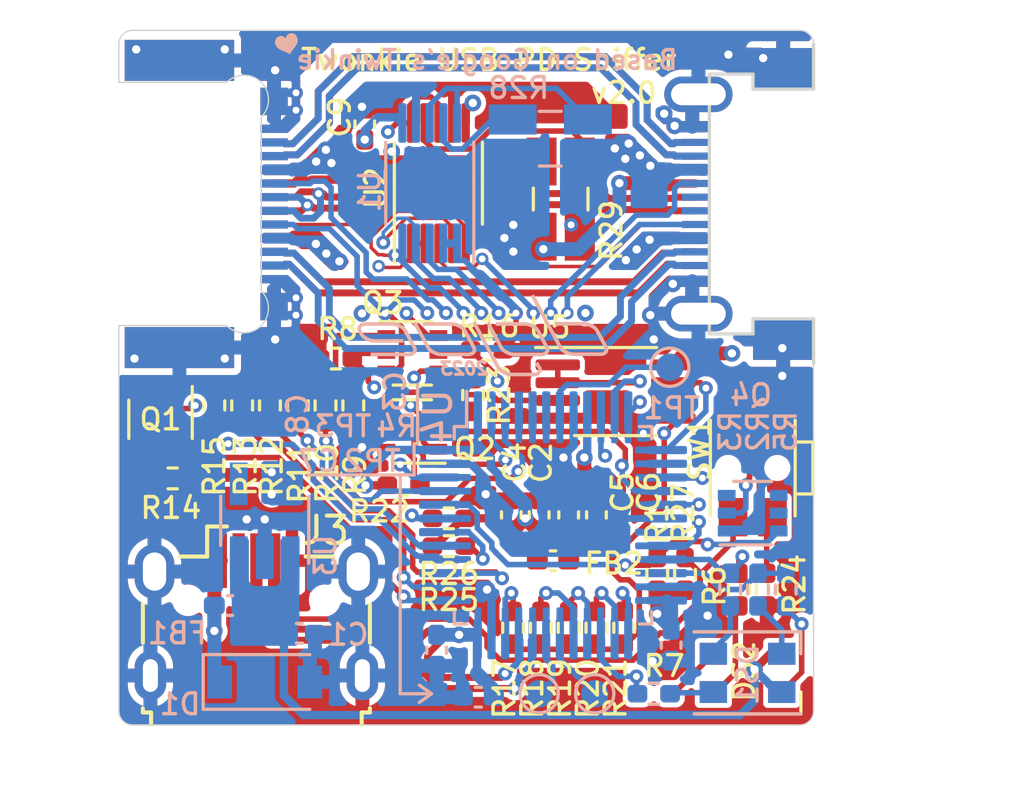
<source format=kicad_pcb>
(kicad_pcb (version 20240108) (generator "pcbnew") (generator_version "8.0")
  (layers (0 "F.Cu" signal) (1 "In1.Cu" power) (2 "In2.Cu" power) (31 "B.Cu" signal) (34 "B.Paste" user) (35 "F.Paste" user) (36 "B.SilkS" user "B.Silkscreen") (37 "F.SilkS" user "F.Silkscreen") (38 "B.Mask" user) (39 "F.Mask" user) (44 "Edge.Cuts" user))
  (net 0 "")
  (net 1 "GND")
  (net 2 "+5V")
  (net 3 "+3V3")
  (net 4 "Net-(D1-Pad1)")
  (net 5 "Net-(DS1-Pad3)")
  (net 6 "Net-(DS1-Pad4)")
  (net 7 "Net-(DS2-Pad3)")
  (net 8 "Net-(DS2-Pad4)")
  (net 9 "/CC1_RECEP")
  (net 10 "/CC2_RECEP")
  (net 11 "Net-(Q1-Pad6)")
  (net 12 "/CC1_TX_DATA")
  (net 13 "/CC1_TX_EN")
  (net 14 "Net-(Q1-Pad3)")
  (net 15 "/CC1")
  (net 16 "Net-(Q2-Pad6)")
  (net 17 "/CC2_TX_DATA")
  (net 18 "/CC2_TX_EN")
  (net 19 "Net-(Q2-Pad3)")
  (net 20 "/CC2")
  (net 21 "/CC1_EN")
  (net 22 "/CC2_EN")
  (net 23 "/BOOT")
  (net 24 "/LED_R_L")
  (net 25 "/LED_G_L")
  (net 26 "/LED_B_L")
  (net 27 "/CC1_RP3A0")
  (net 28 "/CC1_RA")
  (net 29 "/CC1_RP1A5")
  (net 30 "/CC1_RD")
  (net 31 "/CC1_RPUSB")
  (net 32 "/CC2_RP3A0")
  (net 33 "/CC2_RA")
  (net 34 "/CC2_RP1A5")
  (net 35 "/CC2_RD")
  (net 36 "/CC2_RPUSB")
  (net 37 "/OSC_IN")
  (net 38 "/OSC_OUT")
  (net 39 "/UART_TX")
  (net 40 "/UART_RX")
  (net 41 "/NRST")
  (net 42 "/INA_SCL")
  (net 43 "/INA_SDA")
  (net 44 "/VBUS_ALERT_L")
  (net 45 "/VCONN_ALERT_L")
  (net 47 "/DAC")
  (net 48 "/CC2_BUF")
  (net 49 "/CC1_BUF")
  (net 50 "/VBUS_PLUG")
  (net 51 "/VBUS_RECEP")
  (net 52 "/RX1+")
  (net 53 "/RX1-")
  (net 54 "/SBU2")
  (net 55 "/TX2-")
  (net 56 "/TX2+")
  (net 57 "/RX2+")
  (net 58 "/RX2-")
  (net 59 "/SBU1")
  (net 60 "/USBC_D-")
  (net 61 "/USBC_D+")
  (net 62 "/TX1-")
  (net 63 "/TX1+")
  (net 64 "/USB_B_D+")
  (net 65 "/USB_B_D-")
  (net 66 "/TX_CLK")
  (net 68 "Net-(DS1-Pad1)")
  (net 69 "Net-(DS2-Pad1)")
  (net 71 "Net-(C5-Pad1)")
  (net 72 "/USB_B_ID")
  (net 73 "Net-(R24-Pad1)")
  (net 74 "/VRBUS-")
  (net 75 "/VRBUS+")
  (net 76 "/VRCONN-")
  (net 77 "/VRCONN+")
  (net 78 "/CC1_PLUG")
  (footprint "twonkie:USB_Micro-B_Wuerth_629105150521_HandSolder" (layer "F.Cu") (at 76.9112 55.9308)
    (property "Reference" "J3")
    (property "Value" "629105150521")
  )
  (footprint "Resistor_SMD:R_0402_1005Metric_Pad0.72x0.64mm_HandSolder" (layer "F.Cu") (at 86.2965 56.134 -90)
    (property "Reference" "R17")
    (property "Value" "4k75")
  )
  (footprint "Resistor_SMD:R_0402_1005Metric_Pad0.72x0.64mm_HandSolder" (layer "F.Cu") (at 88.3285 56.134 -90)
    (property "Reference" "R19")
    (property "Value" "12k1")
  )
  (footprint "Resistor_SMD:R_0402_1005Metric_Pad0.72x0.64mm_HandSolder" (layer "F.Cu") (at 79.4385 48.006 90)
    (property "Reference" "R10")
    (property "Value" "1k")
  )
  (footprint "Resistor_SMD:R_0402_1005Metric_Pad0.72x0.64mm_HandSolder" (layer "F.Cu") (at 77.4065 48.006 90)
    (property "Reference" "R12")
    (property "Value" "5k11")
  )
  (footprint "Resistor_SMD:R_0402_1005Metric_Pad0.72x0.64mm_HandSolder" (layer "F.Cu") (at 75.3745 48.006 -90)
    (property "Reference" "R15")
    (property "Value" "100")
  )
  (footprint "Resistor_SMD:R_0402_1005Metric_Pad0.72x0.64mm_HandSolder" (layer "F.Cu") (at 79.8195 46.2915 180)
    (property "Reference" "R8")
    (property "Value" "35k7")
  )
  (footprint "Resistor_SMD:R_0402_1005Metric_Pad0.72x0.64mm_HandSolder" (layer "F.Cu") (at 87.3125 56.134 -90)
    (property "Reference" "R18")
    (property "Value" "1k")
  )
  (footprint "Resistor_SMD:R_0402_1005Metric_Pad0.72x0.64mm_HandSolder" (layer "F.Cu") (at 78.4225 48.006 90)
    (property "Reference" "R11")
    (property "Value" "12k1")
  )
  (footprint "Resistor_SMD:R_0402_1005Metric_Pad0.72x0.64mm_HandSolder" (layer "F.Cu") (at 91.567 54.1655 90)
    (property "Reference" "R1")
    (property "Value" "35k7")
  )
  (footprint "Package_TO_SOT_SMD:SOT-363_SC-70-6" (layer "F.Cu") (at 82.6135 48.9585 180)
    (property "Reference" "Q2")
    (property "Value" "BSD840N")
  )
  (footprint "Resistor_SMD:R_0402_1005Metric_Pad0.72x0.64mm_HandSolder" (layer "F.Cu") (at 91.44 58.547 180)
    (property "Reference" "R7")
    (property "Value" "400")
  )
  (footprint "Resistor_SMD:R_0402_1005Metric_Pad0.72x0.64mm_HandSolder" (layer "F.Cu") (at 76.3905 48.006 90)
    (property "Reference" "R13")
    (property "Value" "35k7")
  )
  (footprint "Resistor_SMD:R_0402_1005Metric_Pad0.72x0.64mm_HandSolder" (layer "F.Cu") (at 82.296 50.927 180)
    (property "Reference" "R22")
    (property "Value" "200")
  )
  (footprint "Capacitor_SMD:C_0402_1005Metric_Pad0.74x0.62mm_HandSolder" (layer "F.Cu") (at 86.233 52.0065 90)
    (property "Reference" "C4")
    (property "Value" "100n")
  )
  (footprint "Resistor_SMD:R_0402_1005Metric_Pad0.72x0.64mm_HandSolder" (layer "F.Cu") (at 84.836 47.625 -90)
    (property "Reference" "R23")
    (property "Value" "100")
  )
  (footprint "Resistor_SMD:R_0402_1005Metric_Pad0.72x0.64mm_HandSolder" (layer "F.Cu") (at 73.8505 50.673)
    (property "Reference" "R14")
    (property "Value" "200")
  )
  (footprint "Resistor_SMD:R_0402_1005Metric_Pad0.72x0.64mm_HandSolder" (layer "F.Cu") (at 85.344 45.974)
    (property "Reference" "R16")
    (property "Value" "35k7")
  )
  (footprint "Package_SO:MSOP-8_3x3mm_P0.65mm" (layer "F.Cu") (at 90.043 47.498)
    (property "Reference" "U5")
    (property "Value" "AD8606")
  )
  (footprint "Resistor_SMD:R_0402_1005Metric_Pad0.72x0.64mm_HandSolder" (layer "F.Cu") (at 89.3445 56.134 -90)
    (property "Reference" "R20")
    (property "Value" "5k11")
  )
  (footprint "Resistor_SMD:R_0402_1005Metric_Pad0.72x0.64mm_HandSolder" (layer "F.Cu") (at 90.3605 56.134 -90)
    (property "Reference" "R21")
    (property "Value" "35k7")
  )
  (footprint "Package_TO_SOT_SMD:SOT-363_SC-70-6" (layer "F.Cu") (at 82.6135 46.101)
    (property "Reference" "Q3")
    (property "Value" "BSD840N")
  )
  (footprint "twonkie:oshw_logo_silkscreen_back_3.5mm" (layer "F.Cu") (at 73.914 50.038)
    (property "Reference" "OSHW_LOGO" (hide yes))
    (property "Value" "oshw_logo_silkscreen_back_3.5mm" (hide yes))
  )
  (footprint "Package_TO_SOT_SMD:SOT-363_SC-70-6" (layer "F.Cu") (at 73.406 48.514 -90)
    (property "Reference" "Q1")
    (property "Value" "BSD840N")
  )
  (footprint "LED_SMD:LED_Cree-PLCC4_3.2x2.8mm_CCW" (layer "F.Cu") (at 94.869 57.785 180)
    (property "Reference" "DS2")
    (property "Value" "CLVBA-FKA")
  )
  (footprint "Capacitor_SMD:C_0402_1005Metric_Pad0.74x0.62mm_HandSolder" (layer "F.Cu") (at 80.8736 37.719 90)
    (property "Reference" "C9")
    (property "Value" "100n")
  )
  (footprint "twonkie:GCT_USB4151_EdgeMount" (layer "F.Cu") (at 93.472 40.64 90)
    (property "Reference" "J1" (hide yes))
    (property "Value" "USB4151")
    (fp_line (start 4.75 0) (end 4.75 1.6) (stroke (width 0.12)) (layer "Edge.Cuts"))
    (fp_line (start -4.75 0) (end 4.75 0) (stroke (width 0.12)) (layer "Edge.Cuts"))
    (fp_line (start -4.75 0) (end -4.75 1.6) (stroke (width 0.12)) (layer "Edge.Cuts"))
    (fp_line (start 4.2 1.6) (end 4.75 1.6) (stroke (width 0.12)) (layer "Edge.Cuts"))
    (fp_line (start 4.2 1.6) (end 4.2 3.81) (stroke (width 0.12)) (layer "Edge.Cuts"))
    (fp_line (start -4.2 1.6) (end -4.75 1.6) (stroke (width 0.12)) (layer "Edge.Cuts"))
    (fp_line (start -4.2 1.6) (end -4.2 3.81) (stroke (width 0.12)) (layer "Edge.Cuts"))
    (fp_line (start 4.2 3.81) (end 5.842 3.81) (stroke (width 0.12)) (layer "Edge.Cuts"))
    (fp_line (start -4.2 3.81) (end -5.842 3.81) (stroke (width 0.12)) (layer "Edge.Cuts"))
  )
  (footprint "twonkie:EDAC_690-024-294T331_EdgeMount" (layer "F.Cu") (at 77.597 40.64 -90)
    (property "Reference" "J2" (hide yes))
    (property "Value" "690-024-294T331")
  )
  (footprint "Resistor_SMD:R_0402_1005Metric_Pad0.72x0.64mm_HandSolder" (layer "F.Cu") (at 83.947 52.1335 180)
    (property "Reference" "R26")
    (property "Value" "4k75")
  )
  (footprint "Resistor_SMD:R_0402_1005Metric_Pad0.72x0.64mm_HandSolder" (layer "F.Cu") (at 83.947 53.1495)
    (property "Reference" "R25")
    (property "Value" "4k75")
  )
  (footprint "Resistor_SMD:R_0402_1005Metric_Pad0.72x0.64mm_HandSolder" (layer "F.Cu") (at 80.4545 48.006 90)
    (property "Reference" "R9")
    (property "Value" "4k75")
  )
  (footprint "Capacitor_SMD:C_0402_1005Metric_Pad0.74x0.62mm_HandSolder" (layer "F.Cu") (at 88.3285 52.0065 90)
    (property "Reference" "C5")
    (property "Value" "1u")
  )
  (footprint "Resistor_SMD:R_0402_1005Metric_Pad0.72x0.64mm_HandSolder" (layer "F.Cu") (at 94.5515 54.737 90)
    (property "Reference" "R6")
    (property "Value" "400")
  )
  (footprint "Resistor_SMD:R_0402_1005Metric_Pad0.72x0.64mm_HandSolder" (layer "F.Cu") (at 95.5675 54.737 -90)
    (property "Reference" "R24")
    (property "Value" "100")
  )
  (footprint "Resistor_SMD:R_0402_1005Metric_Pad0.72x0.64mm_HandSolder" (layer "F.Cu") (at 92.583 54.1655 90)
    (property "Reference" "R27")
    (property "Value" "35k7")
  )
  (footprint "Button_Switch_SMD:SW_SPST_EVQP7C" (layer "F.Cu") (at 95.0595 50.292 90)
    (property "Reference" "SW1")
    (property "Value" "EVQ-P7M01P")
  )
  (footprint "Inductor_SMD:L_0402_1005Metric_Pad0.77x0.64mm_HandSolder" (layer "F.Cu") (at 87.757 53.6829)
    (property "Reference" "FB2")
    (property "Value" "600@100MHz")
  )
  (footprint "Capacitor_SMD:C_0402_1005Metric_Pad0.74x0.62mm_HandSolder" (layer "F.Cu") (at 87.249 52.0065 90)
    (property "Reference" "C2")
    (property "Value" "4.7u")
  )
  (footprint "Capacitor_SMD:C_0402_1005Metric_Pad0.74x0.62mm_HandSolder" (layer "F.Cu") (at 89.3445 52.0065 90)
    (property "Reference" "C6")
    (property "Value" "10n")
  )
  (footprint "twonkie:R_Shunt_Ohmite_LVK12" (layer "F.Cu") (at 88.0364 40.4622 180)
    (property "Reference" "R29")
    (property "Value" "0.012")
  )
  (footprint "Package_SO:VSSOP-10_3x3mm_P0.5mm" (layer "F.Cu") (at 83.566 39.878 90)
    (property "Reference" "U2")
    (property "Value" "INA237")
  )
  (footprint "" (layer "F.Cu") (at 78.0415 34.798 15)
    (property "Reference" "HEART" (hide yes))
    (property "Value" "" (hide yes))
  )
  (footprint "twonkie:dojoe-logo" (layer "B.Cu") (at 85.217 45.4406 180)
    (property "Reference" "dojoe-logo" (hide yes))
    (property "Value" "G***" (hide yes))
  )
  (footprint "twonkie:LQFP-48_7x7mm_P0.5mm-QFN48-Frankenstein" (layer "B.Cu") (at 87.757 52.3875 -90)
    (property "Reference" "U4")
    (property "Value" "STM32F072CB")
  )
  (footprint "Resistor_SMD:R_0402_1005Metric_Pad0.72x0.64mm_HandSolder" (layer "B.Cu") (at 91.44 58.547 180)
    (property "Reference" "R4")
    (property "Value" "400")
  )
  (footprint "Package_TO_SOT_SMD:SOT-23-5_HandSoldering" (layer "B.Cu") (at 77.216 52.2224 90)
    (property "Reference" "U3")
    (property "Value" "MIC5504")
  )
  (footprint "TestPoint:TestPoint_Pad_D1.0mm" (layer "B.Cu") (at 89.281 58.547)
    (property "Reference" "TP2")
    (property "Value" "TestPoint")
  )
  (footprint "TestPoint:TestPoint_Pad_D1.0mm" (layer "B.Cu") (at 87.249 58.547)
    (property "Reference" "TP3")
    (property "Value" "TestPoint")
  )
  (footprint "TestPoint:TestPoint_Pad_D1.0mm" (layer "B.Cu") (at 92.0242 46.609)
    (property "Reference" "TP1")
    (property "Value" "TestPoint")
  )
  (footprint "Capacitor_SMD:C_0402_1005Metric_Pad0.74x0.62mm_HandSolder" (layer "B.Cu") (at 92.075 56.769 -90)
    (property "Reference" "C3")
    (property "Value" "100n")
  )
  (footprint "Capacitor_SMD:C_0402_1005Metric_Pad0.74x0.62mm_HandSolder" (layer "B.Cu") (at 85.0265 58.674 180)
    (property "Reference" "C7")
    (property "Value" "4.7u")
  )
  (footprint "LED_SMD:LED_Cree-PLCC4_3.2x2.8mm_CCW" (layer "B.Cu") (at 94.869 57.785 180)
    (property "Reference" "DS1")
    (property "Value" "CLVBA-FKA")
  )
  (footprint "Diode_SMD:D_SOD-123" (layer "B.Cu") (at 77.216 58.1152)
    (property "Reference" "D1")
    (property "Value" "BZT52C5V6")
  )
  (footprint "Package_SO:VSSOP-10_3x3mm_P0.5mm" (layer "B.Cu") (at 83.25 39.878 90)
    (property "Reference" "U1")
    (property "Value" "INA237")
  )
  (footprint "Resistor_SMD:R_0402_1005Metric_Pad0.72x0.64mm_HandSolder" (layer "B.Cu") (at 94.234 54.737 90)
    (property "Reference" "R3")
    (property "Value" "400")
  )
  (footprint "Resistor_SMD:R_0402_1005Metric_Pad0.72x0.64mm_HandSolder" (layer "B.Cu") (at 96.266 54.737 90)
    (property "Reference" "R5")
    (property "Value" "620")
  )
  (footprint "Inductor_SMD:L_0402_1005Metric_Pad0.77x0.64mm_HandSolder" (layer "B.Cu") (at 75.946 55.3212 180)
    (property "Reference" "FB1")
    (property "Value" "600@100MHz")
  )
  (footprint "Capacitor_SMD:C_0402_1005Metric_Pad0.74x0.62mm_HandSolder" (layer "B.Cu") (at 78.486 56.3372)
    (property "Reference" "C1")
    (property "Value" "1u")
  )
  (footprint "Package_TO_SOT_SMD:SOT-363_SC-70-6" (layer "B.Cu") (at 95.057 51.943)
    (property "Reference" "Q4")
    (property "Value" "BSD840N")
  )
  (footprint "Resistor_SMD:R_0402_1005Metric_Pad0.72x0.64mm_HandSolder" (layer "B.Cu") (at 95.25 54.737 90)
    (property "Reference" "R2")
    (property "Value" "620")
  )
  (footprint "Capacitor_SMD:C_0402_1005Metric_Pad0.74x0.62mm_HandSolder" (layer "B.Cu") (at 83.5025 56.9595 -90)
    (property "Reference" "C8")
    (property "Value" "100n")
  )
  (footprint "twonkie:R_Shunt_Ohmite_LVK12" (layer "B.Cu") (at 87.6554 38.2524 -90)
    (property "Reference" "R28")
    (property "Value" "0.012")
  )
  (gr_line (start 82.169 50.546) (end 82.169 58.547) (stroke (width 0.12)) (layer "B.SilkS"))
  (gr_line (start 82.169 50.546) (end 82.677 50.546) (stroke (width 0.12)) (layer "B.SilkS"))
  (gr_line (start 83.312 58.547) (end 82.8675 58.8645) (stroke (width 0.12)) (layer "B.SilkS"))
  (gr_line (start 78.8035 50.546) (end 82.169 50.546) (stroke (width 0.12)) (layer "B.SilkS"))
  (gr_line (start 82.677 50.546) (end 82.677 49.403) (stroke (width 0.12)) (layer "B.SilkS"))
  (gr_line (start 82.677 49.403) (end 82.804 49.403) (stroke (width 0.12)) (layer "B.SilkS"))
  (gr_line (start 82.804 49.403) (end 82.804 47.244) (stroke (width 0.12)) (layer "B.SilkS"))
  (gr_line (start 83.312 58.547) (end 82.8675 58.2295) (stroke (width 0.12)) (layer "B.SilkS"))
  (gr_line (start 82.169 58.547) (end 83.312 58.547) (stroke (width 0.12)) (layer "B.SilkS"))
  (gr_line (start 96.774 59.69) (end 72.39 59.69) (stroke (width 0.05)) (layer "Edge.Cuts"))
  (gr_line (start 71.882 34.798) (end 71.882 36.195) (stroke (width 0.05)) (layer "Edge.Cuts"))
  (gr_line (start 75.819 45.085) (end 71.882 45.085) (stroke (width 0.05)) (layer "Edge.Cuts"))
  (gr_line (start 77.089 37.465) (end 77.089 43.815) (stroke (width 0.05)) (layer "Edge.Cuts"))
  (gr_line (start 96.774 34.29) (end 72.39 34.29) (stroke (width 0.05)) (layer "Edge.Cuts"))
  (gr_line (start 71.882 36.195) (end 75.819 36.195) (stroke (width 0.05)) (layer "Edge.Cuts"))
  (gr_arc (start 77.089 43.815) (mid 77.089 45.085) (end 75.819 45.085) (stroke (width 0.0508)) (layer "Edge.Cuts"))
  (gr_arc (start 97.282 59.182) (mid 97.13321 59.54121) (end 96.774 59.69) (stroke (width 0.05)) (layer "Edge.Cuts"))
  (gr_line (start 71.882 45.085) (end 71.882 59.182) (stroke (width 0.05)) (layer "Edge.Cuts"))
  (gr_arc (start 72.39 59.69) (mid 72.03079 59.54121) (end 71.882 59.182) (stroke (width 0.05)) (layer "Edge.Cuts"))
  (gr_arc (start 96.774 34.29) (mid 97.13321 34.43879) (end 97.282 34.798) (stroke (width 0.05)) (layer "Edge.Cuts"))
  (gr_arc (start 71.882 34.798) (mid 72.03079 34.43879) (end 72.39 34.29) (stroke (width 0.05)) (layer "Edge.Cuts"))
  (gr_arc (start 75.819 36.195) (mid 77.089 36.195) (end 77.089 37.465) (stroke (width 0.0508)) (layer "Edge.Cuts"))
  (gr_line (start 97.282 46.482) (end 97.282 59.182) (stroke (width 0.05)) (layer "Edge.Cuts"))
  (gr_text "2023" (at 84.5312 46.6598 0) (layer "B.SilkS") (effects (font (size 0.4572 0.4572) (thickness 0.1143) (italic yes)) (justify mirror)))
  (gr_text "Based on Google's Twinkie" (at 85.344 35.3695 0) (layer "B.SilkS") (effects (font (size 0.6858 0.6858) (thickness 0.127)) (justify mirror)))
  (gr_text "Twonkie USB PD Sniffer" (at 85.4075 35.3695 0) (layer "F.SilkS") (effects (font (size 0.762 0.762) (thickness 0.127))))
  (gr_text "v2.0" (at 91.6305 36.576 0) (layer "F.SilkS") (effects (font (size 0.762 0.762) (thickness 0.127)) (justify right)))
  (segment (start 81.285578 48.3085) (end 81.059099 48.534979) (width 0.3048) (layer "F.Cu") (net 1))
  (segment (start 81.059099 48.534979) (end 81.059099 49.242901) (width 0.3048) (layer "F.Cu") (net 1))
  (segment (start 81.059099 49.242901) (end 80.772 49.53) (width 0.3048) (layer "F.Cu") (net 1))
  (segment (start 81.6635 48.3085) (end 81.285578 48.3085) (width 0.3048) (layer "F.Cu") (net 1))
  (segment (start 78.359 37.211) (end 77.878 37.211) (width 0.3048) (layer "F.Cu") (net 1))
  (segment (start 78.359 37.211) (end 78.359 36.576) (width 0.3048) (layer "F.Cu") (net 1))
  (segment (start 78.359 44.069) (end 77.878 44.069) (width 0.3048) (layer "F.Cu") (net 1))
  (segment (start 77.9975 43.39) (end 78.359 43.7515) (width 0.3048) (layer "F.Cu") (net 1))
  (segment (start 78.359 43.7515) (end 78.359 44.069) (width 0.3048) (layer "F.Cu") (net 1))
  (segment (start 77.557 43.39) (end 77.9975 43.39) (width 0.3048) (layer "F.Cu") (net 1))
  (segment (start 78.359 44.069) (end 78.359 44.704) (width 0.3048) (layer "F.Cu") (net 1))
  (segment (start 77.9975 37.89) (end 78.359 37.5285) (width 0.3048) (layer "F.Cu") (net 1))
  (segment (start 78.359 36.576) (end 77.871 36.576) (width 0.3048) (layer "F.Cu") (net 1))
  (segment (start 77.557 37.89) (end 77.9975 37.89) (width 0.3048) (layer "F.Cu") (net 1))
  (segment (start 78.359 37.5285) (end 78.359 37.211) (width 0.3048) (layer "F.Cu") (net 1))
  (segment (start 78.359 44.704) (end 77.871 44.704) (width 0.3048) (layer "F.Cu") (net 1))
  (segment (start 78.0288 45.593) (end 78.359 45.2628) (width 0.3048) (layer "F.Cu") (net 1))
  (segment (start 92.847 37.815) (end 92.847 36.81399) (width 0.508) (layer "F.Cu") (net 1))
  (segment (start 86.402288 44.62778) (end 86.402288 45.513212) (width 0.2032) (layer "F.Cu") (net 1))
  (segment (start 78.359 36.1188) (end 77.9907 35.7505) (width 0.3048) (layer "F.Cu") (net 1))
  (segment (start 95.3135 35.179) (end 95.4405 35.306) (width 0.508) (layer "F.Cu") (net 1))
  (segment (start 77.68 37.89) (end 78.359 37.211) (width 0.24892) (layer "F.Cu") (net 1))
  (segment (start 78.359 45.2628) (end 78.359 44.704) (width 0.3048) (layer "F.Cu") (net 1))
  (segment (start 86.402288 45.513212) (end 85.9415 45.974) (width 0.2032) (layer "F.Cu") (net 1))
  (segment (start 78.359 36.576) (end 78.359 36.1188) (width 0.3048) (layer "F.Cu") (net 1))
  (segment (start 77.9907 35.7505) (end 77.597 35.7505) (width 0.3048) (layer "F.Cu") (net 1))
  (segment (start 77.597 45.593) (end 78.0288 45.593) (width 0.3048) (layer "F.Cu") (net 1))
  (segment (start 94.1705 35.179) (end 95.3135 35.179) (width 0.508) (layer "F.Cu") (net 1))
  (segment (start 80.83659 37.1515) (end 80.770837 37.085747) (width 0.3048) (layer "F.Cu") (net 1))
  (segment (start 80.8736 37.1515) (end 80.83659 37.1515) (width 0.3048) (layer "F.Cu") (net 1))
  (segment (start 92.847 43.465) (end 92.847 44.46601) (width 0.508) (layer "F.Cu") (net 1))
  (segment (start 77.68 43.39) (end 78.359 44.069) (width 0.24892) (layer "F.Cu") (net 1))
  (via (at 80.772 49.53) (size 0.6096) (drill 0.3048) (layers "F.Cu" "B.Cu") (net 1))
  (via (at 91.059 49.022) (size 0.508) (drill 0.254) (layers "F.Cu" "B.Cu") (net 1))
  (via (at 76.5556 52.1716) (size 0.6096) (drill 0.3048) (layers "F.Cu" "B.Cu") (net 1))
  (via (at 85.344 54.737) (size 0.6096) (drill 0.3048) (layers "F.Cu" "B.Cu") (net 1))
  (via (at 85.294792 51.251149) (size 0.6096) (drill 0.3048) (layers "F.Cu" "B.Cu") (net 1))
  (via (at 77.216 52.1716) (size 0.6096) (drill 0.3048) (layers "F.Cu" "B.Cu") (net 1))
  (via (at 72.4535 46.2915) (size 0.6096) (drill 0.3048) (layers "F.Cu" "B.Cu") (net 1))
  (via (at 78.359 44.069) (size 0.508) (drill 0.254) (layers "F.Cu" "B.Cu") (net 1))
  (via (at 78.359 37.211) (size 0.508) (drill 0.254) (layers "F.Cu" "B.Cu") (net 1))
  (via (at 78.359 36.576) (size 0.508) (drill 0.254) (layers "F.Cu" "B.Cu") (net 1))
  (via (at 78.359 44.704) (size 0.508) (drill 0.254) (layers "F.Cu" "B.Cu") (net 1))
  (via (at 72.517 34.9885) (size 0.6096) (drill 0.3048) (layers "F.Cu" "B.Cu") (net 1))
  (via (at 91.313 44.704) (size 0.6096) (drill 0.3048) (layers "F.Cu" "B.Cu") (net 1))
  (via (at 91.821 37.338) (size 0.6096) (drill 0.3048) (layers "F.Cu" "B.Cu") (net 1))
  (via (at 93.4085 55.6895) (size 0.6096) (drill 0.3048) (layers "F.Cu" "B.Cu") (net 1))
  (via (at 92.202 37.7825) (size 0.6096) (drill 0.3048) (layers "F.Cu" "B.Cu") (net 1))
  (via (at 96.139 45.9105) (size 0.6096) (drill 0.3048) (layers "F.Cu" "B.Cu") (net 1))
  (via (at 77.597 35.7505) (size 0.6096) (drill 0.3048) (layers "F.Cu" "B.Cu") (net 1))
  (via (at 88.138 49.911) (size 0.6096) (drill 0.3048) (layers "F.Cu" "B.Cu") (net 1))
  (via (at 91.44 45.593) (size 0.6096) (drill 0.3048) (layers "F.Cu" "B.Cu") (net 1))
  (via (at 80.770837 37.085747) (size 0.6096) (drill 0.3048) (layers "F.Cu" "B.Cu") (net 1))
  (via (at 94.1705 35.179) (size 0.6096) (drill 0.3048) (layers "F.Cu" "B.Cu") (net 1))
  (via (at 75.7555 34.9885) (size 0.6096) (drill 0.3048) (layers "F.Cu" "B.Cu") (net 1))
  (via (at 75.7555 46.2915) (size 0.6096) (drill 0.3048) (layers "F.Cu" "B.Cu") (net 1))
  (via (at 96.139 46.9265) (size 0.6096) (drill 0.3048) (layers "F.Cu" "B.Cu") (net 1))
  (via (at 95.4405 35.306) (size 0.6096) (drill 0.3048) (layers "F.Cu" "B.Cu") (net 1))
  (via (at 92.1385 43.561) (size 0.6096) (drill 0.3048) (layers "F.Cu" "B.Cu") (net 1))
  (via (at 91.39632 57.357117) (size 0.6096) (drill 0.3048) (layers "F.Cu" "B.Cu") (net 1))
  (via (at 86.402288 44.62778) (size 0.508) (drill 0.254) (layers "F.Cu" "B.Cu") (net 1))
  (via (at 77.597 45.593) (size 0.6096) (drill 0.3048) (layers "F.Cu" "B.Cu") (net 1))
  (segment (start 85.507 56.55) (end 85.507 54.9) (width 0.3048) (layer "B.Cu") (net 1))
  (segment (start 85.507 54.9) (end 85.344 54.737) (width 0.3048) (layer "B.Cu") (net 1))
  (segment (start 85.294792 50.674928) (end 85.294792 51.251149) (width 0.3048) (layer "B.Cu") (net 1))
  (segment (start 84.757364 50.1375) (end 85.294792 50.674928) (width 0.3048) (layer "B.Cu") (net 1))
  (segment (start 83.5945 50.1375) (end 84.757364 50.1375) (width 0.3048) (layer "B.Cu") (net 1))
  (segment (start 84.3195 50.1375) (end 84.757364 50.1375) (width 0.3048) (layer "B.Cu") (net 1))
  (segment (start 78.359 36.576) (end 77.871 36.576) (width 0.3048) (layer "B.Cu") (net 1))
  (segment (start 77.557 43.39) (end 77.9975 43.39) (width 0.3048) (layer "B.Cu") (net 1))
  (segment (start 77.9975 43.39) (end 78.359 43.7515) (width 0.3048) (layer "B.Cu") (net 1))
  (segment (start 78.359 43.7515) (end 78.359 44.069) (width 0.3048) (layer "B.Cu") (net 1))
  (segment (start 78.359 44.704) (end 77.871 44.704) (width 0.3048) (layer "B.Cu") (net 1))
  (segment (start 78.359 37.211) (end 77.878 37.211) (width 0.3048) (layer "B.Cu") (net 1))
  (segment (start 77.9975 37.89) (end 78.359 37.5285) (width 0.3048) (layer "B.Cu") (net 1))
  (segment (start 77.557 37.89) (end 77.9975 37.89) (width 0.3048) (layer "B.Cu") (net 1))
  (segment (start 78.359 37.5285) (end 78.359 37.211) (width 0.3048) (layer "B.Cu") (net 1))
  (segment (start 78.359 37.211) (end 78.359 36.576) (width 0.3048) (layer "B.Cu") (net 1))
  (segment (start 78.359 44.069) (end 77.878 44.069) (width 0.3048) (layer "B.Cu") (net 1))
  (segment (start 78.359 44.069) (end 78.359 44.704) (width 0.3048) (layer "B.Cu") (net 1))
  (segment (start 91.1945 52.1375) (end 89.0691 52.1375) (width 0.24892) (layer "B.Cu") (net 1))
  (segment (start 77.68 37.89) (end 78.359 37.211) (width 0.24892) (layer "B.Cu") (net 1))
  (segment (start 88.507 48.225) (end 88.507 49.477799) (width 0.3048) (layer "B.Cu") (net 1))
  (segment (start 84.25 42.6448) (end 84.25 42.228996) (width 0.2032) (layer "B.Cu") (net 1))
  (segment (start 92.2345 37.815) (end 92.202 37.7825) (width 0.3048) (layer "B.Cu") (net 1))
  (segment (start 91.416937 57.3365) (end 91.39632 57.357117) (width 0.508) (layer "B.Cu") (net 1))
  (segment (start 95.3135 35.179) (end 95.4405 35.306) (width 0.508) (layer "B.Cu") (net 1))
  (segment (start 92.847 37.815) (end 92.2345 37.815) (width 0.3048) (layer "B.Cu") (net 1))
  (segment (start 84.52427 42.701899) (end 84.307099 42.701899) (width 0.2032) (layer "B.Cu") (net 1))
  (segment (start 77.597 45.593) (end 78.0034 45.593) (width 0.3048) (layer "B.Cu") (net 1))
  (segment (start 91.821 37.4015) (end 92.202 37.7825) (width 0.3048) (layer "B.Cu") (net 1))
  (segment (start 94.1705 35.179) (end 95.3135 35.179) (width 0.508) (layer "B.Cu") (net 1))
  (segment (start 91.821 37.338) (end 91.821 37.4015) (width 0.3048) (layer "B.Cu") (net 1))
  (segment (start 89.0691 52.1375) (end 88.138 51.2064) (width 0.24892) (layer "B.Cu") (net 1))
  (segment (start 92.075 57.3365) (end 91.416937 57.3365) (width 0.508) (layer "B.Cu") (net 1))
  (segment (start 77.68 43.39) (end 78.359 44.069) (width 0.24892) (layer "B.Cu") (net 1))
  (segment (start 92.847 37.815) (end 92.847 36.81399) (width 0.508) (layer "B.Cu") (net 1))
  (segment (start 86.402288 44.62778) (end 86.402288 44.579917) (width 0.2032) (layer "B.Cu") (net 1))
  (segment (start 84.307099 42.701899) (end 84.25 42.6448) (width 0.2032) (layer "B.Cu") (net 1))
  (segment (start 78.0034 45.593) (end 78.359 45.2374) (width 0.3048) (layer "B.Cu") (net 1))
  (segment (start 88.138 51.2064) (end 88.138 49.911) (width 0.24892) (layer "B.Cu") (net 1))
  (segment (start 92.847 43.465) (end 92.847 44.46601) (width 0.508) (layer "B.Cu") (net 1))
  (segment (start 91.9195 52.1375) (end 91.1945 52.1375) (width 0.2032) (layer "B.Cu") (net 1))
  (segment (start 77.597 35.7505) (end 78.1431 35.7505) (width 0.3048) (layer "B.Cu") (net 1))
  (segment (start 88.495001 49.477799) (end 88.138 49.8348) (width 0.3048) (layer "B.Cu") (net 1))
  (segment (start 88.507 49.477799) (end 88.495001 49.477799) (width 0.3048) (layer "B.Cu") (net 1))
  (segment (start 88.138 49.8348) (end 88.138 49.911) (width 0.3048) (layer "B.Cu") (net 1))
  (segment (start 77.216 52.1716) (end 79.1972 52.1716) (width 0.508) (layer "B.Cu") (net 1))
  (segment (start 78.1431 35.7505) (end 78.359 35.9664) (width 0.3048) (layer "B.Cu") (net 1))
  (segment (start 78.359 35.9664) (end 78.359 36.576) (width 0.3048) (layer "B.Cu") (net 1))
  (segment (start 83.75 42.078) (end 84.25 42.078) (width 0.2032) (layer "B.Cu") (net 1))
  (segment (start 78.359 44.704) (end 78.359 45.2374) (width 0.3048) (layer "B.Cu") (net 1))
  (segment (start 86.402288 44.579917) (end 84.52427 42.701899) (width 0.2032) (layer "B.Cu") (net 1))
  (segment (start 77.216 53.5724) (end 77.216 52.1716) (width 0.508) (layer "B.Cu") (net 1))
  (segment (start 96.119 57.085) (end 95.696 57.085) (width 0.3048) (layer "F.Cu") (net 2))
  (segment (start 95.696 57.085) (end 95.123 57.658) (width 0.3048) (layer "F.Cu") (net 2))
  (via (at 95.123 57.658) (size 0.6096) (drill 0.3048) (layers "F.Cu" "B.Cu") (net 2))
  (segment (start 95.123 57.658) (end 95.123 58.801) (width 0.3048) (layer "B.Cu") (net 2))
  (segment (start 95.95 58.485) (end 95.123 57.658) (width 0.3048) (layer "B.Cu") (net 2))
  (segment (start 78.630401 59.326401) (end 77.9185 58.6145) (width 0.3048) (layer "B.Cu") (net 2))
  (segment (start 94.597599 59.326401) (end 78.630401 59.326401) (width 0.3048) (layer "B.Cu") (net 2))
  (segment (start 95.123 58.801) (end 94.597599 59.326401) (width 0.3048) (layer "B.Cu") (net 2))
  (segment (start 77.9185 58.6145) (end 77.9185 56.3372) (width 0.3048) (layer "B.Cu") (net 2))
  (segment (start 81.6985 50.927) (end 80.899 50.927) (width 0.3048) (layer "F.Cu") (net 3))
  (segment (start 77.47 50.546) (end 74.575 50.546) (width 0.508) (layer "F.Cu") (net 3))
  (segment (start 74.575 50.546) (end 74.448 50.673) (width 0.508) (layer "F.Cu") (net 3))
  (segment (start 85.598 52.1335) (end 84.5445 52.1335) (width 0.3048) (layer "F.Cu") (net 3))
  (segment (start 84.566 37.678) (end 84.566 37.205738) (width 0.3048) (layer "F.Cu") (net 3))
  (segment (start 87.1815 52.574) (end 86.741 52.1335) (width 0.508) (layer "F.Cu") (net 3))
  (segment (start 84.566 37.205738) (end 84.824773 36.946965) (width 0.3048) (layer "F.Cu") (net 3))
  (segment (start 83.066 42.078) (end 82.566 42.078) (width 0.2032) (layer "F.Cu") (net 3))
  (segment (start 83.439 53.1495) (end 84.455 52.1335) (width 0.3048) (layer "F.Cu") (net 3))
  (segment (start 82.168539 42.960357) (end 82.566 42.562896) (width 0.127) (layer "F.Cu") (net 3))
  (segment (start 91.567 55.626) (end 91.567 54.763) (width 0.508) (layer "F.Cu") (net 3))
  (segment (start 92.1555 46.523) (end 92.5775 46.101) (width 0.508) (layer "F.Cu") (net 3))
  (segment (start 91.567 54.763) (end 92.583 54.763) (width 0.508) (layer "F.Cu") (net 3))
  (segment (start 87.1845 53.6829) (end 87.1845 52.6385) (width 0.508) (layer "F.Cu") (net 3))
  (segment (start 87.1845 52.6385) (end 87.249 52.574) (width 0.508) (layer "F.Cu") (net 3))
  (segment (start 86.0385 52.574) (end 85.598 52.1335) (width 0.3048) (layer "F.Cu") (net 3))
  (segment (start 81.429157 42.960357) (end 82.168539 42.960357) (width 0.127) (layer "F.Cu") (net 3))
  (segment (start 86.233 52.574) (end 86.0385 52.574) (width 0.3048) (layer "F.Cu") (net 3))
  (segment (start 87.249 52.574) (end 87.1815 52.574) (width 0.508) (layer "F.Cu") (net 3))
  (segment (start 86.3005 52.574) (end 86.741 52.1335) (width 0.508) (layer "F.Cu") (net 3))
  (segment (start 92.5775 46.101) (end 94.2975 46.101) (width 0.508) (layer "F.Cu") (net 3))
  (segment (start 81.3816 42.9128) (end 81.429157 42.960357) (width 0.127) (layer "F.Cu") (net 3))
  (segment (start 86.233 52.574) (end 86.3005 52.574) (width 0.508) (layer "F.Cu") (net 3))
  (via (at 77.47 51.2572) (size 0.6096) (drill 0.3048) (layers "F.Cu" "B.Cu") (net 3))
  (via (at 91.567 55.626) (size 0.6096) (drill 0.3048) (layers "F.Cu" "B.Cu") (net 3))
  (via (at 77.47 50.4444) (size 0.6096) (drill 0.3048) (layers "F.Cu" "B.Cu") (net 3))
  (via (at 84.324 56.392) (size 0.6096) (drill 0.3048) (layers "F.Cu" "B.Cu") (net 3))
  (via (at 80.899 50.927) (size 0.6096) (drill 0.3048) (layers "F.Cu" "B.Cu") (net 3))
  (via (at 94.2975 46.101) (size 0.6096) (drill 0.3048) (layers "F.Cu" "B.Cu") (net 3))
  (via (at 86.741 52.1335) (size 0.6096) (drill 0.3048) (layers "F.Cu" "B.Cu") (net 3))
  (via (at 80.772 44.6405) (size 0.6096) (drill 0.3048) (layers "F.Cu" "B.Cu") (net 3))
  (via (at 81.3816 42.9128) (size 0.4572) (drill 0.254) (layers "F.Cu" "B.Cu") (net 3))
  (via (at 84.824773 36.946965) (size 0.6096) (drill 0.3048) (layers "F.Cu" "B.Cu") (net 3))
  (via (at 88.940298 44.6278) (size 0.6096) (drill 0.3048) (layers "F.Cu" "B.Cu") (net 3))
  (via (at 80.8736 38.2865) (size 0.6096) (drill 0.3048) (layers "F.Cu" "B.Cu") (net 3))
  (segment (start 83.5945 49.6375) (end 85.1975 49.6375) (width 0.3048) (layer "B.Cu") (net 3))
  (segment (start 85.007 49.486) (end 85.046 49.486) (width 0.3048) (layer "B.Cu") (net 3))
  (segment (start 85.046 49.486) (end 85.481212 49.921212) (width 0.3048) (layer "B.Cu") (net 3))
  (segment (start 85.1975 49.6375) (end 85.481212 49.921212) (width 0.3048) (layer "B.Cu") (net 3))
  (segment (start 81.763349 49.631599) (end 83.588599 49.631599) (width 0.3048) (layer "B.Cu") (net 3))
  (segment (start 80.899 50.495948) (end 81.763349 49.631599) (width 0.3048) (layer "B.Cu") (net 3))
  (segment (start 80.899 50.927) (end 80.899 50.495948) (width 0.3048) (layer "B.Cu") (net 3))
  (segment (start 85.481212 49.921212) (end 85.481212 50.250678) (width 0.3048) (layer "B.Cu") (net 3))
  (segment (start 83.588599 49.631599) (end 83.5945 49.6375) (width 0.3048) (layer "B.Cu") (net 3))
  (segment (start 85.481212 50.250678) (end 85.903534 50.673) (width 0.3048) (layer "B.Cu") (net 3))
  (segment (start 84.81799 56.392) (end 84.97599 56.55) (width 0.3048) (layer "B.Cu") (net 3))
  (segment (start 84.8555 49.6375) (end 85.007 49.486) (width 0.3048) (layer "B.Cu") (net 3))
  (segment (start 85.007 49.486) (end 85.007 48.225) (width 0.3048) (layer "B.Cu") (net 3))
  (segment (start 92.075 56.134) (end 91.567 55.626) (width 0.508) (layer "B.Cu") (net 3))
  (segment (start 92.075 56.2015) (end 92.075 55.32401) (width 0.508) (layer "B.Cu") (net 3))
  (segment (start 83.5945 49.6375) (end 84.8555 49.6375) (width 0.3048) (layer "B.Cu") (net 3))
  (segment (start 84.324 56.392) (end 84.81799 56.392) (width 0.508) (layer "B.Cu") (net 3))
  (segment (start 84.97599 57.79799) (end 84.97599 56.55) (width 0.3048) (layer "B.Cu") (net 3))
  (segment (start 83.439 56.392) (end 84.324 56.392) (width 0.508) (layer "B.Cu") (net 3))
  (segment (start 85.594 58.416) (end 84.97599 57.79799) (width 0.508) (layer "B.Cu") (net 3))
  (segment (start 85.594 58.674) (end 85.594 58.416) (width 0.508) (layer "B.Cu") (net 3))
  (segment (start 92.075 55.32401) (end 91.9195 55.16851) (width 0.508) (layer "B.Cu") (net 3))
  (segment (start 86.741 51.612802) (end 85.903534 50.775336) (width 0.508) (layer "B.Cu") (net 3))
  (segment (start 82.25 37.678) (end 82.042871 37.470871) (width 0.3048) (layer "B.Cu") (net 3))
  (segment (start 86.741 52.1335) (end 86.741 51.612802) (width 0.508) (layer "B.Cu") (net 3))
  (segment (start 81.354873 37.470871) (end 80.8736 37.952144) (width 0.3048) (layer "B.Cu") (net 3))
  (segment (start 85.903534 50.775336) (end 85.903534 50.673) (width 0.508) (layer "B.Cu") (net 3))
  (segment (start 80.8736 37.952144) (end 80.8736 38.2865) (width 0.3048) (layer "B.Cu") (net 3))
  (segment (start 82.042871 37.470871) (end 81.354873 37.470871) (width 0.3048) (layer "B.Cu") (net 3))
  (segment (start 75.3735 56.2493) (end 75.3735 53.9185) (width 0.508) (layer "F.Cu") (net 4))
  (segment (start 75.3735 53.9185) (end 75.6112 53.6808) (width 0.508) (layer "F.Cu") (net 4))
  (via (at 75.3735 56.2493) (size 0.6096) (drill 0.3048) (layers "F.Cu" "B.Cu") (net 4))
  (segment (start 75.3735 56.2493) (end 75.3735 57.9227) (width 0.508) (layer "B.Cu") (net 4))
  (segment (start 75.3735 55.3212) (end 75.3735 56.2493) (width 0.508) (layer "B.Cu") (net 4))
  (segment (start 92.075 58.5095) (end 93.5945 58.5095) (width 0.2032) (layer "B.Cu") (net 5))
  (segment (start 93.619 56.9395) (end 94.234 56.3245) (width 0.2032) (layer "B.Cu") (net 6))
  (segment (start 94.234 56.3245) (end 94.234 55.3345) (width 0.2032) (layer "B.Cu") (net 6))
  (segment (start 92.1945 58.5095) (end 93.619 57.085) (width 0.2032) (layer "F.Cu") (net 7))
  (segment (start 93.7245 58.485) (end 94.4245 57.785) (width 0.2032) (layer "F.Cu") (net 8))
  (segment (start 94.4245 57.785) (end 94.4245 55.4615) (width 0.2032) (layer "F.Cu") (net 8))
  (segment (start 77.557 39.89) (end 78.28425 39.89) (width 0.3048) (layer "F.Cu") (net 9))
  (segment (start 78.940659 39.750999) (end 80.391001 39.750999) (width 0.3048) (layer "F.Cu") (net 9))
  (segment (start 83.17 45.451) (end 83.5635 45.451) (width 0.2032) (layer "F.Cu") (net 9))
  (segment (start 81.58302 39.11422) (end 85.32038 39.11422) (width 0.508) (layer "F.Cu") (net 9))
  (segment (start 82.397 44.631207) (end 82.397 44.678) (width 0.2032) (layer "F.Cu") (net 9))
  (segment (start 82.397 44.678) (end 83.17 45.451) (width 0.2032) (layer "F.Cu") (net 9))
  (segment (start 87.1112 38.862) (end 85.5726 38.862) (width 0.508) (layer "F.Cu") (net 9))
  (segment (start 81.58302 38.998515) (end 81.58302 39.11422) (width 0.2032) (layer "F.Cu") (net 9))
  (segment (start 81.02778 39.11422) (end 81.58302 39.11422) (width 0.508) (layer "F.Cu") (net 9))
  (segment (start 85.32038 39.11422) (end 85.5726 38.862) (width 0.508) (layer "F.Cu") (net 9))
  (segment (start 81.858419 38.723116) (end 81.58302 38.998515) (width 0.2032) (layer "F.Cu") (net 9))
  (segment (start 80.391001 39.750999) (end 81.02778 39.11422) (width 0.3048) (layer "F.Cu") (net 9))
  (segment (start 78.28425 39.89) (end 78.38516 39.78909) (width 0.3048) (layer "F.Cu") (net 9))
  (segment (start 78.902568 39.78909) (end 78.940659 39.750999) (width 0.3048) (layer "F.Cu") (net 9))
  (segment (start 78.38516 39.78909) (end 78.902568 39.78909) (width 0.3048) (layer "F.Cu") (net 9))
  (segment (start 87.3364 39.0872) (end 87.1112 38.862) (width 0.508) (layer "F.Cu") (net 9))
  (via (at 82.397 44.631207) (size 0.508) (drill 0.254) (layers "F.Cu" "B.Cu") (net 9))
  (via (at 81.858419 38.723116) (size 0.6096) (drill 0.3048) (layers "F.Cu" "B.Cu") (net 9))
  (segment (start 81.7245 44.6405) (end 82.2171 45.1331) (width 0.2032) (layer "F.Cu") (net 10))
  (segment (start 81.6102 44.6405) (end 81.7245 44.6405) (width 0.2032) (layer "F.Cu") (net 10))
  (segment (start 82.2171 46.5296) (end 81.9957 46.751) (width 0.2032) (layer "F.Cu") (net 10))
  (segment (start 81.9957 46.751) (end 81.6635 46.751) (width 0.2032) (layer "F.Cu") (net 10))
  (segment (start 82.2171 45.1331) (end 82.2171 46.5296) (width 0.2032) (layer "F.Cu") (net 10))
  (via (at 81.6102 44.6405) (size 0.508) (drill 0.254) (layers "F.Cu" "B.Cu") (net 10))
  (via (at 83.1596 44.6278) (size 0.508) (drill 0.254) (layers "F.Cu" "B.Cu") (net 10))
  (via (at 88.280395 44.6278) (size 0.4572) (drill 0.254) (layers "F.Cu" "B.Cu") (net 10))
  (segment (start 80.5942 42.556174) (end 79.579061 41.541035) (width 0.2032) (layer "B.Cu") (net 10))
  (segment (start 82.680407 44.148607) (end 83.1596 44.6278) (width 0.2032) (layer "B.Cu") (net 10))
  (segment (start 88.280395 44.028205) (end 90.9186 41.39) (width 0.2032) (layer "B.Cu") (net 10))
  (segment (start 88.280395 44.6278) (end 88.280395 44.028205) (width 0.2032) (layer "B.Cu") (net 10))
  (segment (start 80.5942 43.6245) (end 80.5942 42.556174) (width 0.2032) (layer "B.Cu") (net 10))
  (segment (start 82.102093 44.148607) (end 82.680407 44.148607) (width 0.2032) (layer "B.Cu") (net 10))
  (segment (start 81.6102 44.6405) (end 82.102093 44.148607) (width 0.2032) (layer "B.Cu") (net 10))
  (segment (start 81.6102 44.6405) (end 80.5942 43.6245) (width 0.2032) (layer "B.Cu") (net 10))
  (segment (start 90.9186 41.39) (end 92.972 41.39) (width 0.2032) (layer "B.Cu") (net 10))
  (segment (start 79.579061 41.541035) (end 78.411235 41.541035) (width 0.2032) (layer "B.Cu") (net 10))
  (segment (start 78.2602 41.39) (end 77.557 41.39) (width 0.2032) (layer "B.Cu") (net 10))
  (segment (start 78.411235 41.541035) (end 78.2602 41.39) (width 0.2032) (layer "B.Cu") (net 10))
  (segment (start 74.056 50.124) (end 74.056 49.464) (width 0.2032) (layer "F.Cu") (net 11))
  (segment (start 73.507 50.673) (end 74.056 50.124) (width 0.2032) (layer "F.Cu") (net 11))
  (segment (start 73.406 47.879) (end 73.644601 48.117601) (width 0.2032) (layer "F.Cu") (net 12))
  (segment (start 73.406 47.564) (end 73.406 47.879) (width 0.2032) (layer "F.Cu") (net 12))
  (segment (start 74.564399 48.117601) (end 74.676 48.006) (width 0.2032) (layer "F.Cu") (net 12))
  (segment (start 73.644601 48.117601) (end 74.564399 48.117601) (width 0.2032) (layer "F.Cu") (net 12))
  (via (at 74.676 48.006) (size 0.508) (drill 0.254) (layers "F.Cu" "B.Cu") (net 12))
  (via (at 75.8825 49.403) (size 0.508) (drill 0.254) (layers "F.Cu" "B.Cu") (net 12))
  (segment (start 75.907899 49.428399) (end 78.136881 49.428399) (width 0.2032) (layer "B.Cu") (net 12))
  (segment (start 75.907899 49.428399) (end 75.8825 49.403) (width 0.2032) (layer "B.Cu") (net 12))
  (segment (start 82.80624 53.51611) (end 82.75784 53.46771) (width 0.2032) (layer "B.Cu") (net 12))
  (segment (start 83.5945 53.6225) (end 83.48811 53.51611) (width 0.2032) (layer "B.Cu") (net 12))
  (segment (start 82.718723 53.46771) (end 81.371835 52.120821) (width 0.2032) (layer "B.Cu") (net 12))
  (segment (start 78.994 50.1904) (end 78.231999 49.428399) (width 0.2032) (layer "B.Cu") (net 12))
  (segment (start 81.371835 52.120821) (end 80.369415 52.120821) (width 0.2032) (layer "B.Cu") (net 12))
  (segment (start 78.231999 49.428399) (end 78.136881 49.428399) (width 0.2032) (layer "B.Cu") (net 12))
  (segment (start 82.75784 53.46771) (end 82.718723 53.46771) (width 0.2032) (layer "B.Cu") (net 12))
  (segment (start 83.48811 53.51611) (end 82.80624 53.51611) (width 0.2032) (layer "B.Cu") (net 12))
  (segment (start 78.994 50.745406) (end 78.994 50.1904) (width 0.2032) (layer "B.Cu") (net 12))
  (segment (start 80.369415 52.120821) (end 78.994 50.745406) (width 0.2032) (layer "B.Cu") (net 12))
  (segment (start 82.296 54.991) (end 81.782946 54.477946) (width 0.2032) (layer "F.Cu") (net 13))
  (segment (start 73.406 48.9358) (end 73.406 49.464) (width 0.2032) (layer "F.Cu") (net 13))
  (segment (start 75.439482 49.911) (end 74.438881 48.910399) (width 0.2032) (layer "F.Cu") (net 13))
  (segment (start 81.4705 52.5145) (end 80.3275 52.5145) (width 0.2032) (layer "F.Cu") (net 13))
  (segment (start 74.438881 48.910399) (end 73.431401 48.910399) (width 0.2032) (layer "F.Cu") (net 13))
  (segment (start 80.3275 52.5145) (end 77.724 49.911) (width 0.2032) (layer "F.Cu") (net 13))
  (segment (start 73.431401 48.910399) (end 73.406 48.9358) (width 0.2032) (layer "F.Cu") (net 13))
  (segment (start 81.782946 52.826946) (end 81.4705 52.5145) (width 0.2032) (layer "F.Cu") (net 13))
  (segment (start 81.782946 54.477946) (end 81.782946 52.826946) (width 0.2032) (layer "F.Cu") (net 13))
  (segment (start 77.724 49.911) (end 75.439482 49.911) (width 0.2032) (layer "F.Cu") (net 13))
  (via (at 82.296 54.991) (size 0.508) (drill 0.254) (layers "F.Cu" "B.Cu") (net 13))
  (segment (start 82.4425 55.1375) (end 82.296 54.991) (width 0.2032) (layer "B.Cu") (net 13))
  (segment (start 83.5945 55.1375) (end 82.4425 55.1375) (width 0.2032) (layer "B.Cu") (net 13))
  (segment (start 73.403312 48.580188) (end 75.351188 48.580188) (width 0.2032) (layer "F.Cu") (net 14))
  (segment (start 72.756 47.932876) (end 73.403312 48.580188) (width 0.2032) (layer "F.Cu") (net 14))
  (segment (start 72.756 47.564) (end 72.756 47.932876) (width 0.2032) (layer "F.Cu") (net 14))
  (segment (start 82.016601 47.523399) (end 82.781649 47.523399) (width 0.2032) (layer "F.Cu") (net 15))
  (segment (start 81.661 47.879) (end 82.016601 47.523399) (width 0.2032) (layer "F.Cu") (net 15))
  (segment (start 80.925 47.879) (end 81.661 47.879) (width 0.2032) (layer "F.Cu") (net 15))
  (segment (start 82.781649 47.523399) (end 82.87186 47.61361) (width 0.2032) (layer "F.Cu") (net 15))
  (segment (start 80.4545 47.4085) (end 80.925 47.879) (width 0.2032) (layer "F.Cu") (net 15))
  (segment (start 74.2115 47.4085) (end 74.056 47.564) (width 0.2032) (layer "F.Cu") (net 15))
  (segment (start 77.4065 47.4085) (end 76.3905 47.4085) (width 0.2032) (layer "F.Cu") (net 15))
  (segment (start 76.3905 47.4085) (end 75.3745 47.4085) (width 0.2032) (layer "F.Cu") (net 15))
  (segment (start 79.4385 47.4085) (end 78.4225 47.4085) (width 0.2032) (layer "F.Cu") (net 15))
  (segment (start 80.4545 47.4085) (end 79.4385 47.4085) (width 0.2032) (layer "F.Cu") (net 15))
  (segment (start 79.898 45.451) (end 79.80811 45.54089) (width 0.2032) (layer "F.Cu") (net 15))
  (segment (start 79.80811 47.03889) (end 79.4385 47.4085) (width 0.2032) (layer "F.Cu") (net 15))
  (segment (start 78.4225 47.4085) (end 77.4065 47.4085) (width 0.2032) (layer "F.Cu") (net 15))
  (segment (start 81.6635 45.451) (end 79.898 45.451) (width 0.2032) (layer "F.Cu") (net 15))
  (segment (start 79.80811 45.54089) (end 79.80811 47.03889) (width 0.2032) (layer "F.Cu") (net 15))
  (segment (start 75.3745 47.4085) (end 74.2115 47.4085) (width 0.2032) (layer "F.Cu") (net 15))
  (segment (start 85.7325 47.823) (end 85.52311 47.61361) (width 0.2032) (layer "F.Cu") (net 15))
  (segment (start 82.87186 47.61361) (end 85.52311 47.61361) (width 0.2032) (layer "F.Cu") (net 15))
  (segment (start 87.9305 47.823) (end 85.7325 47.823) (width 0.2032) (layer "F.Cu") (net 15))
  (segment (start 82.679689 49.961439) (end 82.679689 50.713189) (width 0.2032) (layer "F.Cu") (net 16))
  (segment (start 82.32675 49.6085) (end 82.679689 49.961439) (width 0.2032) (layer "F.Cu") (net 16))
  (segment (start 81.6635 49.6085) (end 82.32675 49.6085) (width 0.2032) (layer "F.Cu") (net 16))
  (segment (start 90.398601 50.079149) (end 90.398601 49.615851) (width 0.2032) (layer "F.Cu") (net 17))
  (segment (start 83.5635 48.9585) (end 89.74125 48.9585) (width 0.2032) (layer "F.Cu") (net 17))
  (segment (start 90.273125 50.204625) (end 90.398601 50.079149) (width 0.2032) (layer "F.Cu") (net 17))
  (segment (start 90.398601 49.615851) (end 89.74125 48.9585) (width 0.2032) (layer "F.Cu") (net 17))
  (via (at 90.273125 50.204625) (size 0.508) (drill 0.254) (layers "F.Cu" "B.Cu") (net 17))
  (segment (start 91.9195 51.1375) (end 90.845306 51.1375) (width 0.2032) (layer "B.Cu") (net 17))
  (segment (start 90.757 51.1375) (end 91.1945 51.1375) (width 0.2032) (layer "B.Cu") (net 17))
  (segment (start 90.273125 50.204625) (end 90.297 50.6775) (width 0.2032) (layer "B.Cu") (net 17))
  (segment (start 90.297 50.6775) (end 90.757 51.1375) (width 0.2032) (layer "B.Cu") (net 17))
  (segment (start 83.009899 49.808368) (end 82.679689 49.478158) (width 0.2032) (layer "F.Cu") (net 18))
  (segment (start 85.852995 50.156263) (end 83.174781 50.156263) (width 0.2032) (layer "F.Cu") (net 18))
  (segment (start 83.174781 50.156263) (end 83.009899 49.991381) (width 0.2032) (layer "F.Cu") (net 18))
  (segment (start 82.4865 48.9585) (end 81.6635 48.9585) (width 0.2032) (layer "F.Cu") (net 18))
  (segment (start 86.014613 49.994645) (end 85.852995 50.156263) (width 0.2032) (layer "F.Cu") (net 18))
  (segment (start 83.009899 49.991381) (end 83.009899 49.808368) (width 0.2032) (layer "F.Cu") (net 18))
  (segment (start 82.679689 49.151689) (end 82.4865 48.9585) (width 0.2032) (layer "F.Cu") (net 18))
  (segment (start 82.679689 49.478158) (end 82.679689 49.151689) (width 0.2032) (layer "F.Cu") (net 18))
  (via (at 86.014613 49.994645) (size 0.508) (drill 0.254) (layers "F.Cu" "B.Cu") (net 18))
  (segment (start 86.063369 49.994645) (end 86.014613 49.994645) (width 0.2032) (layer "B.Cu") (net 18))
  (segment (start 85.507 48.225) (end 85.507 49.299194) (width 0.2032) (layer "B.Cu") (net 18))
  (segment (start 85.507 49.299194) (end 86.118806 49.911) (width 0.2032) (layer "B.Cu") (net 18))
  (segment (start 86.118806 49.911) (end 86.147014 49.911) (width 0.2032) (layer "B.Cu") (net 18))
  (segment (start 86.147014 49.911) (end 86.063369 49.994645) (width 0.2032) (layer "B.Cu") (net 18))
  (segment (start 83.5635 48.3085) (end 84.75 48.3085) (width 0.2032) (layer "F.Cu") (net 19))
  (segment (start 82.916 46.751) (end 82.677 46.99) (width 0.2032) (layer "F.Cu") (net 20))
  (segment (start 90.3605 56.922) (end 89.3445 56.922) (width 0.2032) (layer "F.Cu") (net 20))
  (segment (start 84.216 46.751) (end 84.4925 47.0275) (width 0.2032) (layer "F.Cu") (net 20))
  (segment (start 83.5635 46.751) (end 84.216 46.751) (width 0.2032) (layer "F.Cu") (net 20))
  (segment (start 88.3285 56.922) (end 87.3125 56.922) (width 0.2032) (layer "F.Cu") (net 20))
  (segment (start 83.009899 48.465899) (end 83.009899 49.341381) (width 0.2032) (layer "F.Cu") (net 20))
  (segment (start 87.3125 56.922) (end 86.2965 56.922) (width 0.2032) (layer "F.Cu") (net 20))
  (segment (start 83.009899 49.341381) (end 83.277018 49.6085) (width 0.2032) (layer "F.Cu") (net 20))
  (segment (start 82.55 48.006) (end 83.009899 48.465899) (width 0.2032) (layer "F.Cu") (net 20))
  (segment (start 83.277018 49.6085) (end 83.5635 49.6085) (width 0.2032) (layer "F.Cu") (net 20))
  (segment (start 84.4925 47.0275) (end 84.836 47.0275) (width 0.2032) (layer "F.Cu") (net 20))
  (segment (start 89.3445 56.922) (end 88.3285 56.922) (width 0.2032) (layer "F.Cu") (net 20))
  (segment (start 83.5635 46.751) (end 82.916 46.751) (width 0.2032) (layer "F.Cu") (net 20))
  (segment (start 90.90911 56.24639) (end 90.90911 54.76186) (width 0.2032) (layer "F.Cu") (net 20))
  (segment (start 91.821 51.689) (end 91.821 49.022) (width 0.2032) (layer "F.Cu") (net 20))
  (segment (start 92.1555 48.473) (end 92.1555 48.6875) (width 0.2032) (layer "F.Cu") (net 20))
  (segment (start 89.915999 54.07763) (end 89.915999 53.594001) (width 0.2032) (layer "F.Cu") (net 20))
  (segment (start 90.3605 56.795) (end 90.90911 56.24639) (width 0.2032) (layer "F.Cu") (net 20))
  (segment (start 90.528649 54.381399) (end 90.219768 54.381399) (width 0.2032) (layer "F.Cu") (net 20))
  (segment (start 89.915999 53.594001) (end 91.821 51.689) (width 0.2032) (layer "F.Cu") (net 20))
  (segment (start 92.1555 48.6875) (end 91.821 49.022) (width 0.2032) (layer "F.Cu") (net 20))
  (segment (start 90.90911 54.76186) (end 90.528649 54.381399) (width 0.2032) (layer "F.Cu") (net 20))
  (segment (start 90.219768 54.381399) (end 89.915999 54.07763) (width 0.2032) (layer "F.Cu") (net 20))
  (via (at 82.677 46.99) (size 0.508) (drill 0.254) (layers "F.Cu" "B.Cu") (net 20))
  (via (at 91.821 49.022) (size 0.508) (drill 0.254) (layers "F.Cu" "B.Cu") (net 20))
  (via (at 82.55 48.006) (size 0.508) (drill 0.254) (layers "F.Cu" "B.Cu") (net 20))
  (segment (start 81.00311 46.87761) (end 81.00311 47.12705) (width 0.2032) (layer "F.Cu") (net 21))
  (segment (start 81.6635 46.101) (end 80.6075 46.101) (width 0.2032) (layer "F.Cu") (net 21))
  (segment (start 80.417 46.2915) (end 81.00311 46.87761) (width 0.2032) (layer "F.Cu") (net 21))
  (segment (start 81.00311 47.12705) (end 81.219588 47.343528) (width 0.2032) (layer "F.Cu") (net 21))
  (via (at 81.219588 47.343528) (size 0.508) (drill 0.254) (layers "F.Cu" "B.Cu") (net 21))
  (via (at 89.662 49.8475) (size 0.508) (drill 0.254) (layers "F.Cu" "B.Cu") (net 21))
  (segment (start 89.507 49.756) (end 89.507 48.225) (width 0.2032) (layer "B.Cu") (net 21))
  (segment (start 89.662 49.8475) (end 89.507 49.756) (width 0.2032) (layer "B.Cu") (net 21))
  (segment (start 83.5635 46.101) (end 84.6195 46.101) (width 0.2032) (layer "F.Cu") (net 22))
  (segment (start 85.725 46.9525) (end 85.725 47.117) (width 0.2032) (layer "F.Cu") (net 22))
  (segment (start 84.7465 45.974) (end 85.725 46.9525) (width 0.2032) (layer "F.Cu") (net 22))
  (via (at 90.932 47.879) (size 0.508) (drill 0.254) (layers "F.Cu" "B.Cu") (net 22))
  (via (at 85.725 47.117) (size 0.508) (drill 0.254) (layers "F.Cu" "B.Cu") (net 22))
  (segment (start 90.507 48.225) (end 90.586 48.225) (width 0.2032) (layer "B.Cu") (net 22))
  (segment (start 90.586 48.225) (end 90.932 47.879) (width 0.2032) (layer "B.Cu") (net 22))
  (segment (start 92.15311 52.98189) (end 93.30439 52.98189) (width 0.2032) (layer "F.Cu") (net 23))
  (segment (start 93.4085 53.086) (end 93.30439 52.98189) (width 0.2032) (layer "F.Cu") (net 23))
  (segment (start 90.398599 53.848) (end 91.287 53.848) (width 0.2032) (layer "F.Cu") (net 23))
  (segment (start 91.287 53.848) (end 91.567 53.568) (width 0.2032) (layer "F.Cu") (net 23))
  (segment (start 91.567 53.568) (end 92.15311 52.98189) (width 0.2032) (layer "F.Cu") (net 23))
  (via (at 93.4085 53.086) (size 0.508) (drill 0.254) (layers "F.Cu" "B.Cu") (net 23))
  (via (at 90.398599 53.848) (size 0.508) (drill 0.254) (layers "F.Cu" "B.Cu") (net 23))
  (segment (start 84.98561 52.487429) (end 85.520058 53.021877) (width 0.2032) (layer "B.Cu") (net 23))
  (segment (start 85.520058 53.229524) (end 85.672449 53.381915) (width 0.2032) (layer "B.Cu") (net 23))
  (segment (start 90.373198 53.822599) (end 90.398599 53.848) (width 0.2032) (layer "B.Cu") (net 23))
  (segment (start 85.672449 53.381915) (end 85.672449 53.391076) (width 0.2032) (layer "B.Cu") (net 23))
  (segment (start 84.98561 51.954416) (end 84.98561 52.487429) (width 0.2032) (layer "B.Cu") (net 23))
  (segment (start 95.578399 53.021601) (end 96.007 52.593) (width 0.2032) (layer "B.Cu") (net 23))
  (segment (start 85.672449 53.391076) (end 86.103972 53.822599) (width 0.2032) (layer "B.Cu") (net 23))
  (segment (start 94.473149 53.021601) (end 95.578399 53.021601) (width 0.2032) (layer "B.Cu") (net 23))
  (segment (start 93.4085 53.086) (end 94.40875 53.086) (width 0.2032) (layer "B.Cu") (net 23))
  (segment (start 84.668694 51.6375) (end 84.98561 51.954416) (width 0.2032) (layer "B.Cu") (net 23))
  (segment (start 86.103972 53.822599) (end 90.373198 53.822599) (width 0.2032) (layer "B.Cu") (net 23))
  (segment (start 83.5945 51.6375) (end 84.668694 51.6375) (width 0.2032) (layer "B.Cu") (net 23))
  (segment (start 94.40875 53.086) (end 94.473149 53.021601) (width 0.2032) (layer "B.Cu") (net 23))
  (segment (start 85.520058 53.021877) (end 85.520058 53.229524) (width 0.2032) (layer "B.Cu") (net 23))
  (segment (start 96.266 54.1395) (end 95.25 54.1395) (width 0.2032) (layer "B.Cu") (net 24))
  (segment (start 94.6525 54.737) (end 93.88871 54.737) (width 0.2032) (layer "B.Cu") (net 24))
  (segment (start 93.28921 54.1375) (end 93.88871 54.737) (width 0.2032) (layer "B.Cu") (net 24))
  (segment (start 95.25 54.1395) (end 94.6525 54.737) (width 0.2032) (layer "B.Cu") (net 24))
  (segment (start 91.9195 54.1375) (end 93.28921 54.1375) (width 0.2032) (layer "B.Cu") (net 24))
  (segment (start 94.6785 53.5305) (end 94.6785 53.695) (width 0.2032) (layer "F.Cu") (net 25))
  (segment (start 94.5515 53.6575) (end 94.6785 53.5305) (width 0.2032) (layer "F.Cu") (net 25))
  (segment (start 94.5515 54.1395) (end 94.5515 53.6575) (width 0.2032) (layer "F.Cu") (net 25))
  (via (at 94.6785 53.5305) (size 0.508) (drill 0.254) (layers "F.Cu" "B.Cu") (net 25))
  (segment (start 94.234 54.1395) (end 93.97371 54.1395) (width 0.2032) (layer "B.Cu") (net 25))
  (segment (start 93.47171 53.6375) (end 93.97371 54.1395) (width 0.2032) (layer "B.Cu") (net 25))
  (segment (start 91.9195 53.6375) (end 93.47171 53.6375) (width 0.2032) (layer "B.Cu") (net 25))
  (segment (start 94.6785 53.695) (end 94.234 54.1395) (width 0.2032) (layer "B.Cu") (net 25))
  (segment (start 94.6785 53.5305) (end 94.6785 53.695) (width 0.2032) (layer "B.Cu") (net 25))
  (segment (start 90.805 57.912) (end 90.805 58.5095) (width 0.2032) (layer "F.Cu") (net 26))
  (via (at 90.805 57.912) (size 0.508) (drill 0.254) (layers "F.Cu" "B.Cu") (net 26))
  (segment (start 90.1315 57.912) (end 90.805 57.912) (width 0.2032) (layer "B.Cu") (net 26))
  (segment (start 89.507 57.2875) (end 90.1315 57.912) (width 0.2032) (layer "B.Cu") (net 26))
  (segment (start 90.805 57.912) (end 90.805 58.5095) (width 0.2032) (layer "B.Cu") (net 26))
  (segment (start 89.507 56.55) (end 89.507 57.2875) (width 0.2032) (layer "B.Cu") (net 26))
  (segment (start 86.487 50.419) (end 86.233001 50.672999) (width 0.2032) (layer "F.Cu") (net 27))
  (segment (start 86.233001 50.672999) (end 84.709001 50.672999) (width 0.2032) (layer "F.Cu") (net 27))
  (segment (start 79.883 50.669036) (end 79.883 49.629566) (width 0.2032) (layer "F.Cu") (net 27))
  (segment (start 83.858133 51.523867) (end 80.737831 51.523867) (width 0.2032) (layer "F.Cu") (net 27))
  (segment (start 84.709001 50.672999) (end 83.858133 51.523867) (width 0.2032) (layer "F.Cu") (net 27))
  (segment (start 80.4545 49.058066) (end 80.4545 48.6035) (width 0.2032) (layer "F.Cu") (net 27))
  (segment (start 80.737831 51.523867) (end 79.883 50.669036) (width 0.2032) (layer "F.Cu") (net 27))
  (segment (start 79.883 49.629566) (end 80.4545 49.058066) (width 0.2032) (layer "F.Cu") (net 27))
  (via (at 86.487 50.419) (size 0.508) (drill 0.254) (layers "F.Cu" "B.Cu") (net 27))
  (segment (start 86.639399 49.936399) (end 86.639399 50.266601) (width 0.2032) (layer "B.Cu") (net 27))
  (segment (start 86.639399 50.266601) (end 86.487 50.419) (width 0.2032) (layer "B.Cu") (net 27))
  (segment (start 86.007 49.304) (end 86.639399 49.936399) (width 0.2032) (layer "B.Cu") (net 27))
  (segment (start 86.007 48.95) (end 86.007 49.304) (width 0.2032) (layer "B.Cu") (net 27))
  (segment (start 79.4385 48.6035) (end 79.4385 49.283905) (width 0.2032) (layer "F.Cu") (net 28))
  (segment (start 79.4385 49.283905) (end 79.458582 49.303987) (width 0.2032) (layer "F.Cu") (net 28))
  (via (at 79.458582 49.303987) (size 0.508) (drill 0.254) (layers "F.Cu" "B.Cu") (net 28))
  (segment (start 83.5945 51.1375) (end 81.477934 51.1375) (width 0.2032) (layer "B.Cu") (net 28))
  (segment (start 81.155033 51.460401) (end 80.642967 51.460401) (width 0.2032) (layer "B.Cu") (net 28))
  (segment (start 81.477934 51.1375) (end 81.155033 51.460401) (width 0.2032) (layer "B.Cu") (net 28))
  (segment (start 80.642967 51.460401) (end 79.65442 50.471854) (width 0.2032) (layer "B.Cu") (net 28))
  (segment (start 79.65442 49.499825) (end 79.458582 49.303987) (width 0.2032) (layer "B.Cu") (net 28))
  (segment (start 79.65442 50.471854) (end 79.65442 49.499825) (width 0.2032) (layer "B.Cu") (net 28))
  (segment (start 78.4225 48.936385) (end 78.775953 49.289838) (width 0.2032) (layer "F.Cu") (net 29))
  (segment (start 78.4225 48.6035) (end 78.4225 48.936385) (width 0.2032) (layer "F.Cu") (net 29))
  (via (at 78.775953 49.289838) (size 0.508) (drill 0.254) (layers "F.Cu" "B.Cu") (net 29))
  (segment (start 81.508611 51.790611) (end 80.506191 51.790611) (width 0.2032) (layer "B.Cu") (net 29))
  (segment (start 78.775953 49.325635) (end 78.775953 49.289838) (width 0.2032) (layer "B.Cu") (net 29))
  (segment (start 82.8555 53.1375) (end 81.508611 51.790611) (width 0.2032) (layer "B.Cu") (net 29))
  (segment (start 79.32421 49.873892) (end 78.775953 49.325635) (width 0.2032) (layer "B.Cu") (net 29))
  (segment (start 83.5945 53.1375) (end 82.8555 53.1375) (width 0.2032) (layer "B.Cu") (net 29))
  (segment (start 80.506191 51.790611) (end 79.32421 50.60863) (width 0.2032) (layer "B.Cu") (net 29))
  (segment (start 79.32421 50.60863) (end 79.32421 49.873892) (width 0.2032) (layer "B.Cu") (net 29))
  (segment (start 81.744054 51.854078) (end 80.601054 51.854078) (width 0.2032) (layer "F.Cu") (net 30))
  (segment (start 77.4065 48.659524) (end 80.601054 51.854078) (width 0.2032) (layer "F.Cu") (net 30))
  (segment (start 81.744054 51.854078) (end 82.626208 52.736234) (width 0.2032) (layer "F.Cu") (net 30))
  (segment (start 85.663288 54.096165) (end 84.576165 54.096165) (width 0.2032) (layer "F.Cu") (net 30))
  (segment (start 85.892642 54.325519) (end 85.663288 54.096165) (width 0.2032) (layer "F.Cu") (net 30))
  (segment (start 82.626208 53.924208) (end 82.798165 54.096165) (width 0.2032) (layer "F.Cu") (net 30))
  (segment (start 82.626208 52.736234) (end 82.626208 53.924208) (width 0.2032) (layer "F.Cu") (net 30))
  (segment (start 82.798165 54.096165) (end 84.576165 54.096165) (width 0.2032) (layer "F.Cu") (net 30))
  (via (at 85.892642 54.325519) (size 0.508) (drill 0.254) (layers "F.Cu" "B.Cu") (net 30))
  (segment (start 83.5945 54.1375) (end 85.704623 54.1375) (width 0.2032) (layer "B.Cu") (net 30))
  (segment (start 85.704623 54.1375) (end 85.892642 54.325519) (width 0.2032) (layer "B.Cu") (net 30))
  (segment (start 81.607277 52.184289) (end 80.464277 52.184289) (width 0.2032) (layer "F.Cu") (net 31))
  (segment (start 82.296 52.873012) (end 81.607277 52.184289) (width 0.2032) (layer "F.Cu") (net 31))
  (segment (start 80.464277 52.184289) (end 77.682988 49.403) (width 0.2032) (layer "F.Cu") (net 31))
  (segment (start 77.682988 49.403) (end 77.19 49.403) (width 0.2032) (layer "F.Cu") (net 31))
  (segment (start 77.19 49.403) (end 76.3905 48.6035) (width 0.2032) (layer "F.Cu") (net 31))
  (segment (start 82.296 54.2925) (end 82.296 52.873012) (width 0.2032) (layer "F.Cu") (net 31))
  (via (at 82.296 54.2925) (size 0.508) (drill 0.254) (layers "F.Cu" "B.Cu") (net 31))
  (segment (start 82.641 54.6375) (end 82.296 54.2925) (width 0.2032) (layer "B.Cu") (net 31))
  (segment (start 83.5945 54.6375) (end 82.641 54.6375) (width 0.2032) (layer "B.Cu") (net 31))
  (segment (start 86.2965 55.727) (end 86.2965 54.9275) (width 0.2032) (layer "F.Cu") (net 32))
  (segment (start 86.2965 54.9275) (end 86.233 54.864) (width 0.2032) (layer "F.Cu") (net 32))
  (via (at 86.233 54.864) (size 0.508) (drill 0.254) (layers "F.Cu" "B.Cu") (net 32))
  (segment (start 86.007 56.55) (end 86.007 55.09) (width 0.2032) (layer "B.Cu") (net 32))
  (segment (start 86.007 55.09) (end 86.233 54.864) (width 0.2032) (layer "B.Cu") (net 32))
  (segment (start 87.3125 55.6) (end 87.3125 55.0545) (width 0.2032) (layer "F.Cu") (net 33))
  (segment (start 87.3125 55.0545) (end 87.503 54.864) (width 0.2032) (layer "F.Cu") (net 33))
  (via (at 87.503 54.864) (size 0.508) (drill 0.254) (layers "F.Cu" "B.Cu") (net 33))
  (segment (start 88.507 55.409903) (end 87.961097 54.864) (width 0.2032) (layer "B.Cu") (net 33))
  (segment (start 88.507 56.55) (end 88.507 55.409903) (width 0.2032) (layer "B.Cu") (net 33))
  (segment (start 87.961097 54.864) (end 87.503 54.864) (width 0.2032) (layer "B.Cu") (net 33))
  (segment (start 88.3285 55.210847) (end 88.675347 54.864) (width 0.2032) (layer "F.Cu") (net 34))
  (segment (start 88.3285 55.6) (end 88.3285 55.210847) (width 0.2032) (layer "F.Cu") (net 34))
  (via (at 88.675347 54.864) (size 0.508) (drill 0.254) (layers "F.Cu" "B.Cu") (net 34))
  (segment (start 89.007 55.825) (end 89.007 55.195653) (width 0.2032) (layer "B.Cu") (net 34))
  (segment (start 89.007 55.195653) (end 88.675347 54.864) (width 0.2032) (layer "B.Cu") (net 34))
  (segment (start 89.3445 55.6) (end 89.3445 55.0545) (width 0.2032) (layer "F.Cu") (net 35))
  (segment (start 89.3445 55.0545) (end 89.535 54.864) (width 0.2032) (layer "F.Cu") (net 35))
  (via (at 89.535 54.864) (size 0.508) (drill 0.254) (layers "F.Cu" "B.Cu") (net 35))
  (segment (start 90.007 56.55) (end 90.007 55.336) (width 0.2032) (layer "B.Cu") (net 35))
  (segment (start 90.007 55.336) (end 89.535 54.864) (width 0.2032) (layer "B.Cu") (net 35))
  (segment (start 90.3605 54.9275) (end 90.297 54.864) (width 0.2032) (layer "F.Cu") (net 36))
  (segment (start 90.3605 55.6) (end 90.3605 54.9275) (width 0.2032) (layer "F.Cu") (net 36))
  (via (at 90.297 54.864) (size 0.508) (drill 0.254) (layers "F.Cu" "B.Cu") (net 36))
  (segment (start 90.507 56.55) (end 90.507 55.074) (width 0.2032) (layer "B.Cu") (net 36))
  (segment (start 90.507 55.074) (end 90.297 54.864) (width 0.2032) (layer "B.Cu") (net 36))
  (segment (start 88.007 57.273) (end 89.281 58.547) (width 0.2032) (layer "B.Cu") (net 39))
  (segment (start 88.007 56.55) (end 88.007 57.273) (width 0.2032) (layer "B.Cu") (net 39))
  (segment (start 87.748999 58.047001) (end 87.249 58.547) (width 0.2032) (layer "B.Cu") (net 40))
  (segment (start 87.507 57.2875) (end 87.748999 57.529499) (width 0.2032) (layer "B.Cu") (net 40))
  (segment (start 87.507 56.55) (end 87.507 57.2875) (width 0.2032) (layer "B.Cu") (net 40))
  (segment (start 87.748999 57.529499) (end 87.748999 58.047001) (width 0.2032) (layer "B.Cu") (net 40))
  (segment (start 88.007 48.225) (end 88.007 47.4875) (width 0.2032) (layer "B.Cu") (net 41))
  (segment (start 90.17 46.863) (end 90.424 46.609) (width 0.2032) (layer "B.Cu") (net 41))
  (segment (start 90.424 46.609) (end 92.0242 46.609) (width 0.2032) (layer "B.Cu") (net 41))
  (segment (start 88.007 47.4875) (end 88.2505 47.244) (width 0.2032) (layer "B.Cu") (net 41))
  (segment (start 89.789014 47.244) (end 90.17 46.863014) (width 0.2032) (layer "B.Cu") (net 41))
  (segment (start 90.17 46.863014) (end 90.17 46.863) (width 0.2032) (layer "B.Cu") (net 41))
  (segment (start 88.2505 47.244) (end 89.789014 47.244) (width 0.2032) (layer "B.Cu") (net 41))
  (segment (start 81.555697 42.4942) (end 81.364989 42.4942) (width 0.127) (layer "F.Cu") (net 42))
  (segment (start 81.104607 42.233818) (end 81.104607 41.856793) (width 0.127) (layer "F.Cu") (net 42))
  (segment (start 81.984421 42.515857) (end 81.577354 42.515857) (width 0.127) (layer "F.Cu") (net 42))
  (segment (start 81.364989 42.4942) (end 81.104607 42.233818) (width 0.127) (layer "F.Cu") (net 42))
  (segment (start 84.725784 53.1495) (end 85.189848 53.613564) (width 0.2032) (layer "F.Cu") (net 42))
  (segment (start 81.104607 41.856793) (end 82.0529 40.9085) (width 0.127) (layer "F.Cu") (net 42))
  (segment (start 82.0529 40.9085) (end 83.996974 40.9085) (width 0.127) (layer "F.Cu") (net 42))
  (segment (start 81.577354 42.515857) (end 81.555697 42.4942) (width 0.127) (layer "F.Cu") (net 42))
  (segment (start 83.996974 40.9085) (end 84.566 41.477526) (width 0.127) (layer "F.Cu") (net 42))
  (via (at 85.189848 53.613564) (size 0.508) (drill 0.254) (layers "F.Cu" "B.Cu") (net 42))
  (via (at 84.479662 44.627303) (size 0.508) (drill 0.254) (layers "F.Cu" "B.Cu") (net 42))
  (via (at 81.984421 42.515857) (size 0.508) (drill 0.254) (layers "F.Cu" "B.Cu") (net 42))
  (segment (start 84.668694 52.6375) (end 85.189848 53.158654) (width 0.2032) (layer "B.Cu") (net 42))
  (segment (start 85.189848 53.158654) (end 85.189848 53.613564) (width 0.2032) (layer "B.Cu") (net 42))
  (segment (start 83.5945 52.6375) (end 84.668694 52.6375) (width 0.2032) (layer "B.Cu") (net 42))
  (segment (start 82.25 42.753) (end 82.25 42.078) (width 0.2032) (layer "B.Cu") (net 42))
  (segment (start 81.984421 42.515857) (end 82.25 42.250278) (width 0.127) (layer "B.Cu") (net 42))
  (segment (start 84.479662 44.627303) (end 84.479662 44.57602) (width 0.2032) (layer "B.Cu") (net 42))
  (segment (start 83.2104 43.7134) (end 82.25 42.753) (width 0.2032) (layer "B.Cu") (net 42))
  (segment (start 84.479662 44.57602) (end 83.617042 43.7134) (width 0.2032) (layer "B.Cu") (net 42))
  (segment (start 83.617042 43.7134) (end 83.2104 43.7134) (width 0.2032) (layer "B.Cu") (net 42))
  (segment (start 81.549107 41.994419) (end 82.381026 41.1625) (width 0.127) (layer "F.Cu") (net 43))
  (segment (start 81.549107 42.0497) (end 81.549107 41.994419) (width 0.127) (layer "F.Cu") (net 43))
  (segment (start 82.381026 41.1625) (end 83.750974 41.1625) (width 0.127) (layer "F.Cu") (net 43))
  (segment (start 83.750974 41.1625) (end 84.066 41.477526) (width 0.127) (layer "F.Cu") (net 43))
  (segment (start 82.70599 52.1335) (end 82.596245 52.023755) (width 0.2032) (layer "F.Cu") (net 43))
  (segment (start 83.3495 52.1335) (end 82.70599 52.1335) (width 0.2032) (layer "F.Cu") (net 43))
  (via (at 82.596245 52.023755) (size 0.508) (drill 0.254) (layers "F.Cu" "B.Cu") (net 43))
  (via (at 81.549107 42.0497) (size 0.508) (drill 0.254) (layers "F.Cu" "B.Cu") (net 43))
  (via (at 85.133284 44.6273) (size 0.508) (drill 0.254) (layers "F.Cu" "B.Cu") (net 43))
  (segment (start 82.70999 52.1375) (end 82.596245 52.023755) (width 0.2032) (layer "B.Cu") (net 43))
  (segment (start 83.5945 52.1375) (end 82.70999 52.1375) (width 0.2032) (layer "B.Cu") (net 43))
  (segment (start 83.378946 43.361301) (end 82.75 42.732355) (width 0.2032) (layer "B.Cu") (net 43))
  (segment (start 81.549107 41.678419) (end 82.065026 41.1625) (width 0.127) (layer "B.Cu") (net 43))
  (segment (start 81.549107 42.0497) (end 81.549107 41.678419) (width 0.127) (layer "B.Cu") (net 43))
  (segment (start 82.75 42.732355) (end 82.75 42.078) (width 0.2032) (layer "B.Cu") (net 43))
  (segment (start 83.950501 43.361301) (end 83.378946 43.361301) (width 0.2032) (layer "B.Cu") (net 43))
  (segment (start 82.434974 41.1625) (end 82.75 41.477526) (width 0.127) (layer "B.Cu") (net 43))
  (segment (start 85.133284 44.6273) (end 85.133284 44.544084) (width 0.2032) (layer "B.Cu") (net 43))
  (segment (start 85.133284 44.544084) (end 83.950501 43.361301) (width 0.2032) (layer "B.Cu") (net 43))
  (segment (start 82.065026 41.1625) (end 82.434974 41.1625) (width 0.127) (layer "B.Cu") (net 43))
  (via (at 85.767786 44.627915) (size 0.508) (drill 0.254) (layers "F.Cu" "B.Cu") (net 44))
  (via (at 93.091 52.2605) (size 0.508) (drill 0.254) (layers "F.Cu" "B.Cu") (net 44))
  (segment (start 85.767786 44.579302) (end 84.220084 43.0316) (width 0.2032) (layer "B.Cu") (net 44))
  (segment (start 83.25 42.732355) (end 83.25 42.078) (width 0.2032) (layer "B.Cu") (net 44))
  (segment (start 91.9195 53.1375) (end 92.657 53.1375) (width 0.2032) (layer "B.Cu") (net 44))
  (segment (start 85.767786 44.627915) (end 85.767786 44.579302) (width 0.2032) (layer "B.Cu") (net 44))
  (segment (start 84.220084 43.0316) (end 83.549245 43.0316) (width 0.2032) (layer "B.Cu") (net 44))
  (segment (start 92.657 53.1375) (end 93.091 52.7035) (width 0.2032) (layer "B.Cu") (net 44))
  (segment (start 83.549245 43.0316) (end 83.25 42.732355) (width 0.2032) (layer "B.Cu") (net 44))
  (segment (start 93.091 52.7035) (end 93.091 52.2605) (width 0.2032) (layer "B.Cu") (net 44))
  (segment (start 84.8193 42.9935) (end 85.1662 42.6466) (width 0.127) (layer "F.Cu") (net 45))
  (segment (start 83.881026 42.9935) (end 84.8193 42.9935) (width 0.127) (layer "F.Cu") (net 45))
  (segment (start 83.566 42.678474) (end 83.881026 42.9935) (width 0.127) (layer "F.Cu") (net 45))
  (via (at 93.091 51.6255) (size 0.508) (drill 0.254) (layers "F.Cu" "B.Cu") (net 45))
  (via (at 87.03679 44.627801) (size 0.508) (drill 0.254) (layers "F.Cu" "B.Cu") (net 45))
  (via (at 85.1662 42.6466) (size 0.4572) (drill 0.254) (layers "F.Cu" "B.Cu") (net 45))
  (segment (start 93.079 51.6375) (end 93.091 51.6255) (width 0.2032) (layer "B.Cu") (net 45))
  (segment (start 91.9195 51.6375) (end 93.079 51.6375) (width 0.2032) (layer "B.Cu") (net 45))
  (segment (start 87.03679 44.51719) (end 85.1662 42.6466) (width 0.2032) (layer "B.Cu") (net 45))
  (segment (start 87.03679 44.627801) (end 87.03679 44.51719) (width 0.2032) (layer "B.Cu") (net 45))
  (segment (start 93.147 47.173) (end 93.345 47.371) (width 0.2032) (layer "F.Cu") (net 48))
  (segment (start 92.1555 47.173) (end 92.1555 47.823) (width 0.2032) (layer "F.Cu") (net 48))
  (segment (start 92.1555 47.173) (end 93.147 47.173) (width 0.2032) (layer "F.Cu") (net 48))
  (via (at 93.345 47.371) (size 0.508) (drill 0.254) (layers "F.Cu" "B.Cu") (net 48))
  (segment (start 91.9195 49.6375) (end 93.345 48.212) (width 0.2032) (layer "B.Cu") (net 48))
  (segment (start 93.345 48.212) (end 93.345 47.371) (width 0.2032) (layer "B.Cu") (net 48))
  (segment (start 87.9305 47.173) (end 87.9305 46.523) (width 0.2032) (layer "F.Cu") (net 49))
  (segment (start 90.876 47.173) (end 90.932 47.117) (width 0.2032) (layer "F.Cu") (net 49))
  (segment (start 87.9305 47.173) (end 90.876 47.173) (width 0.2032) (layer "F.Cu") (net 49))
  (via (at 90.932 47.117) (size 0.508) (drill 0.254) (layers "F.Cu" "B.Cu") (net 49))
  (segment (start 90.007 47.492988) (end 90.007 48.225) (width 0.2032) (layer "B.Cu") (net 49))
  (segment (start 90.382988 47.117) (end 90.007 47.492988) (width 0.2032) (layer "B.Cu") (net 49))
  (segment (start 90.932 47.117) (end 90.382988 47.117) (width 0.2032) (layer "B.Cu") (net 49))
  (via (at 90.0176 38.608) (size 0.6096) (drill 0.3048) (layers "F.Cu" "B.Cu") (net 50))
  (via (at 90.3986 38.989) (size 0.6096) (drill 0.3048) (layers "F.Cu" "B.Cu") (net 50))
  (via (at 90.814637 42.300637) (size 0.6096) (drill 0.3048) (layers "F.Cu" "B.Cu") (net 50))
  (via (at 90.5256 38.4302) (size 0.6096) (drill 0.3048) (layers "F.Cu" "B.Cu") (net 50))
  (via (at 90.420937 42.694337) (size 0.6096) (drill 0.3048) (layers "F.Cu" "B.Cu") (net 50))
  (via (at 91.2876 41.9483) (size 0.6096) (drill 0.3048) (layers "F.Cu" "B.Cu") (net 50))
  (via (at 91.313 39.243) (size 0.6096) (drill 0.3048) (layers "F.Cu" "B.Cu") (net 50))
  (via (at 90.932 38.862) (size 0.6096) (drill 0.3048) (layers "F.Cu" "B.Cu") (net 50))
  (segment (start 78.875734 41.89) (end 79.085578 42.099844) (width 0.3048) (layer "F.Cu") (net 51))
  (segment (start 77.557 41.89) (end 78.875734 41.89) (width 0.3048) (layer "F.Cu") (net 51))
  (segment (start 78.221158 39.3065) (end 78.486 39.3065) (width 0.3048) (layer "F.Cu") (net 51))
  (segment (start 79.46726 42.45274) (end 79.114364 42.099844) (width 0.508) (layer "F.Cu") (net 51))
  (segment (start 77.557 39.39) (end 78.137658 39.39) (width 0.3048) (layer "F.Cu") (net 51))
  (segment (start 79.016791 42.0741) (end 79.059834 42.0741) (width 0.508) (layer "F.Cu") (net 51))
  (segment (start 79.059834 42.0741) (end 79.085578 42.099844) (width 0.508) (layer "F.Cu") (net 51))
  (segment (start 79.114364 42.099844) (end 79.085578 42.099844) (width 0.508) (layer "F.Cu") (net 51))
  (segment (start 79.776431 42.83374) (end 79.46726 42.524569) (width 0.508) (layer "F.Cu") (net 51))
  (segment (start 79.9465 42.7355) (end 79.776431 42.83374) (width 0.508) (layer "F.Cu") (net 51))
  (segment (start 78.137658 39.39) (end 78.221158 39.3065) (width 0.3048) (layer "F.Cu") (net 51))
  (segment (start 79.46726 42.524569) (end 79.46726 42.45274) (width 0.508) (layer "F.Cu") (net 51))
  (via (at 79.0956 39.0906) (size 0.6096) (drill 0.3048) (layers "F.Cu" "B.Cu") (net 51))
  (via (at 79.46726 42.45274) (size 0.6096) (drill 0.3048) (layers "F.Cu" "B.Cu") (net 51))
  (via (at 85.979 41.8846) (size 0.6096) (drill 0.3048) (layers "F.Cu" "B.Cu") (net 51))
  (via (at 86.305163 41.40421) (size 0.6096) (drill 0.3048) (layers "F.Cu" "B.Cu") (net 51))
  (via (at 79.4512 38.6588) (size 0.6096) (drill 0.3048) (layers "F.Cu" "B.Cu") (net 51))
  (via (at 86.305798 42.3804) (size 0.6096) (drill 0.3048) (layers "F.Cu" "B.Cu") (net 51))
  (via (at 79.6544 39.141899) (size 0.6096) (drill 0.3048) (layers "F.Cu" "B.Cu") (net 51))
  (via (at 79.9465 42.7355) (size 0.6096) (drill 0.3048) (layers "F.Cu" "B.Cu") (net 51))
  (via (at 79.085578 42.099844) (size 0.6096) (drill 0.3048) (layers "F.Cu" "B.Cu") (net 51))
  (segment (start 79.9465 42.7355) (end 79.776431 42.83374) (width 0.508) (layer "B.Cu") (net 51))
  (segment (start 79.0311 42.0741) (end 79.059834 42.0741) (width 0.508) (layer "B.Cu") (net 51))
  (segment (start 79.114364 42.099844) (end 79.085578 42.099844) (width 0.508) (layer "B.Cu") (net 51))
  (segment (start 79.46726 42.45274) (end 79.114364 42.099844) (width 0.508) (layer "B.Cu") (net 51))
  (segment (start 78.199446 41.89) (end 78.256891 41.947445) (width 0.3048) (layer "B.Cu") (net 51))
  (segment (start 78.933179 41.947445) (end 79.085578 42.099844) (width 0.3048) (layer "B.Cu") (net 51))
  (segment (start 79.776431 42.83374) (end 79.46726 42.524569) (width 0.508) (layer "B.Cu") (net 51))
  (segment (start 77.557 41.89) (end 78.199446 41.89) (width 0.3048) (layer "B.Cu") (net 51))
  (segment (start 79.46726 42.524569) (end 79.46726 42.45274) (width 0.508) (layer "B.Cu") (net 51))
  (segment (start 78.256891 41.947445) (end 78.933179 41.947445) (width 0.3048) (layer "B.Cu") (net 51))
  (segment (start 79.059834 42.0741) (end 79.085578 42.099844) (width 0.508) (layer "B.Cu") (net 51))
  (segment (start 77.9538 38.4368) (end 78.24283 38.4368) (width 0.254) (layer "B.Cu") (net 52))
  (segment (start 77.907 38.39) (end 77.9538 38.4368) (width 0.254) (layer "B.Cu") (net 52))
  (segment (start 79.1718 36.51723) (end 80.43383 35.2552) (width 0.254) (layer "B.Cu") (net 52))
  (segment (start 89.66997 35.2552) (end 91.1987 36.78393) (width 0.254) (layer "B.Cu") (net 52))
  (segment (start 92.221999 38.39) (end 92.972 38.39) (width 0.254) (layer "B.Cu") (net 52))
  (segment (start 80.43383 35.2552) (end 89.66997 35.2552) (width 0.254) (layer "B.Cu") (net 52))
  (segment (start 78.24283 38.4368) (end 79.1718 37.50783) (width 0.254) (layer "B.Cu") (net 52))
  (segment (start 91.1987 37.57133) (end 92.06417 38.4368) (width 0.254) (layer "B.Cu") (net 52))
  (segment (start 79.1718 37.50783) (end 79.1718 36.51723) (width 0.254) (layer "B.Cu") (net 52))
  (segment (start 92.06417 38.4368) (end 92.175199 38.4368) (width 0.254) (layer "B.Cu") (net 52))
  (segment (start 91.1987 36.78393) (end 91.1987 37.57133) (width 0.254) (layer "B.Cu") (net 52))
  (segment (start 92.175199 38.4368) (end 92.221999 38.39) (width 0.254) (layer "B.Cu") (net 52))
  (segment (start 92.221999 38.89) (end 92.972 38.89) (width 0.254) (layer "B.Cu") (net 53))
  (segment (start 77.907 38.89) (end 77.9538 38.8432) (width 0.254) (layer "B.Cu") (net 53))
  (segment (start 78.41117 38.8432) (end 79.5782 37.67617) (width 0.254) (layer "B.Cu") (net 53))
  (segment (start 91.89583 38.8432) (end 92.175199 38.8432) (width 0.254) (layer "B.Cu") (net 53))
  (segment (start 80.60217 35.6616) (end 89.50163 35.6616) (width 0.254) (layer "B.Cu") (net 53))
  (segment (start 79.5782 37.67617) (end 79.5782 36.68557) (width 0.254) (layer "B.Cu") (net 53))
  (segment (start 90.7923 37.73967) (end 91.89583 38.8432) (width 0.254) (layer "B.Cu") (net 53))
  (segment (start 92.175199 38.8432) (end 92.221999 38.89) (width 0.254) (layer "B.Cu") (net 53))
  (segment (start 90.7923 36.95227) (end 90.7923 37.73967) (width 0.254) (layer "B.Cu") (net 53))
  (segment (start 77.9538 38.8432) (end 78.41117 38.8432) (width 0.254) (layer "B.Cu") (net 53))
  (segment (start 89.50163 35.6616) (end 90.7923 36.95227) (width 0.254) (layer "B.Cu") (net 53))
  (segment (start 79.5782 36.68557) (end 80.60217 35.6616) (width 0.254) (layer "B.Cu") (net 53))
  (via (at 83.845168 44.624026) (size 0.508) (drill 0.254) (layers "F.Cu" "B.Cu") (net 54))
  (via (at 87.671292 44.6278) (size 0.508) (drill 0.254) (layers "F.Cu" "B.Cu") (net 54))
  (segment (start 92.202 40.0728) (end 92.3848 39.89) (width 0.2032) (layer "B.Cu") (net 54))
  (segment (start 87.671292 44.170334) (end 90.795226 41.0464) (width 0.2032) (layer "B.Cu") (net 54))
  (segment (start 79.403957 39.801799) (end 78.965043 39.801799) (width 0.2032) (layer "B.Cu") (net 54))
  (segment (start 83.175226 44.1452) (end 82.413226 43.3832) (width 0.2032) (layer "B.Cu") (net 54))
  (segment (start 83.845168 44.624026) (end 83.366342 44.1452) (width 0.2032) (layer "B.Cu") (net 54))
  (segment (start 78.876842 39.89) (end 77.557 39.89) (width 0.2032) (layer "B.Cu") (net 54))
  (segment (start 82.413226 43.3832) (end 81.1784 43.3832) (width 0.2032) (layer "B.Cu") (net 54))
  (segment (start 83.366342 44.1452) (end 83.175226 44.1452) (width 0.2032) (layer "B.Cu") (net 54))
  (segment (start 87.671292 44.6278) (end 87.671292 44.170334) (width 0.2032) (layer "B.Cu") (net 54))
  (segment (start 78.965043 39.801799) (end 78.876842 39.89) (width 0.2032) (layer "B.Cu") (net 54))
  (segment (start 92.202 40.7924) (end 92.202 40.0728) (width 0.2032) (layer "B.Cu") (net 54))
  (segment (start 80.9244 43.1292) (end 80.9244 42.419388) (width 0.2032) (layer "B.Cu") (net 54))
  (segment (start 80.9244 42.419388) (end 79.641701 41.136689) (width 0.2032) (layer "B.Cu") (net 54))
  (segment (start 92.3848 39.89) (end 92.972 39.89) (width 0.2032) (layer "B.Cu") (net 54))
  (segment (start 81.1784 43.3832) (end 80.9244 43.1292) (width 0.2032) (layer "B.Cu") (net 54))
  (segment (start 90.795226 41.0464) (end 91.948 41.0464) (width 0.2032) (layer "B.Cu") (net 54))
  (segment (start 91.948 41.0464) (end 92.202 40.7924) (width 0.2032) (layer "B.Cu") (net 54))
  (segment (start 79.641701 41.136689) (end 79.641701 40.039543) (width 0.2032) (layer "B.Cu") (net 54))
  (segment (start 79.641701 40.039543) (end 79.403957 39.801799) (width 0.2032) (layer "B.Cu") (net 54))
  (segment (start 89.45083 45.5168) (end 80.34817 45.5168) (width 0.254) (layer "B.Cu") (net 55))
  (segment (start 80.34817 45.5168) (end 79.5782 44.74683) (width 0.254) (layer "B.Cu") (net 55))
  (segment (start 90.2208 44.74683) (end 89.45083 45.5168) (width 0.254) (layer "B.Cu") (net 55))
  (segment (start 77.907 42.39) (end 77.9538 42.4368) (width 0.254) (layer "B.Cu") (net 55))
  (segment (start 91.83233 42.4368) (end 90.2208 44.04833) (width 0.254) (layer "B.Cu") (net 55))
  (segment (start 92.175199 42.4368) (end 91.83233 42.4368) (width 0.254) (layer "B.Cu") (net 55))
  (segment (start 92.221999 42.39) (end 92.175199 42.4368) (width 0.254) (layer "B.Cu") (net 55))
  (segment (start 79.5782 43.73083) (end 79.5782 44.74683) (width 0.254) (layer "B.Cu") (net 55))
  (segment (start 78.28417 42.4368) (end 79.5782 43.73083) (width 0.254) (layer "B.Cu") (net 55))
  (segment (start 77.9538 42.4368) (end 78.28417 42.4368) (width 0.254) (layer "B.Cu") (net 55))
  (segment (start 90.2208 44.04833) (end 90.2208 44.74683) (width 0.254) (layer "B.Cu") (net 55))
  (segment (start 92.972 42.39) (end 92.221999 42.39) (width 0.254) (layer "B.Cu") (net 55))
  (segment (start 89.61917 45.9232) (end 80.17983 45.9232) (width 0.254) (layer "B.Cu") (net 56))
  (segment (start 80.17983 45.9232) (end 79.1718 44.91517) (width 0.254) (layer "B.Cu") (net 56))
  (segment (start 90.6272 44.91517) (end 89.61917 45.9232) (width 0.254) (layer "B.Cu") (net 56))
  (segment (start 79.1718 43.89917) (end 79.1718 44.91517) (width 0.254) (layer "B.Cu") (net 56))
  (segment (start 78.11583 42.8432) (end 79.1718 43.89917) (width 0.254) (layer "B.Cu") (net 56))
  (segment (start 77.907 42.89) (end 77.9538 42.8432) (width 0.254) (layer "B.Cu") (net 56))
  (segment (start 90.6272 44.21667) (end 90.6272 44.91517) (width 0.254) (layer "B.Cu") (net 56))
  (segment (start 92.00067 42.8432) (end 90.6272 44.21667) (width 0.254) (layer "B.Cu") (net 56))
  (segment (start 77.9538 42.8432) (end 78.11583 42.8432) (width 0.254) (layer "B.Cu") (net 56))
  (segment (start 92.175199 42.8432) (end 92.00067 42.8432) (width 0.254) (layer "B.Cu") (net 56))
  (segment (start 92.221999 42.89) (end 92.175199 42.8432) (width 0.254) (layer "B.Cu") (net 56))
  (segment (start 92.972 42.89) (end 92.221999 42.89) (width 0.254) (layer "B.Cu") (net 56))
  (segment (start 77.907 42.89) (end 77.9538 42.8432) (width 0.254) (layer "F.Cu") (net 57))
  (segment (start 92.221999 42.89) (end 92.972 42.89) (width 0.254) (layer "F.Cu") (net 57))
  (segment (start 91.93717 42.8432) (end 92.175199 42.8432) (width 0.254) (layer "F.Cu") (net 57))
  (segment (start 90.88917 43.8912) (end 91.93717 42.8432) (width 0.254) (layer "F.Cu") (net 57))
  (segment (start 78.11583 42.8432) (end 79.16383 43.8912) (width 0.254) (layer "F.Cu") (net 57))
  (segment (start 92.175199 42.8432) (end 92.221999 42.89) (width 0.254) (layer "F.Cu") (net 57))
  (segment (start 79.16383 43.8912) (end 90.88917 43.8912) (width 0.254) (layer "F.Cu") (net 57))
  (segment (start 77.9538 42.8432) (end 78.11583 42.8432) (width 0.254) (layer "F.Cu") (net 57))
  (segment (start 79.33217 43.4848) (end 90.72083 43.4848) (width 0.254) (layer "F.Cu") (net 58))
  (segment (start 92.175199 42.4368) (end 92.221999 42.39) (width 0.254) (layer "F.Cu") (net 58))
  (segment (start 91.76883 42.4368) (end 92.175199 42.4368) (width 0.254) (layer "F.Cu") (net 58))
  (segment (start 78.28417 42.4368) (end 79.33217 43.4848) (width 0.254) (layer "F.Cu") (net 58))
  (segment (start 77.907 42.39) (end 77.9538 42.4368) (width 0.254) (layer "F.Cu") (net 58))
  (segment (start 77.9538 42.4368) (end 78.28417 42.4368) (width 0.254) (layer "F.Cu") (net 58))
  (segment (start 90.72083 43.4848) (end 91.76883 42.4368) (width 0.254) (layer "F.Cu") (net 58))
  (segment (start 92.221999 42.39) (end 92.972 42.39) (width 0.254) (layer "F.Cu") (net 58))
  (segment (start 77.557 41.39) (end 81.0888 41.39) (width 0.127) (layer "F.Cu") (net 59))
  (segment (start 89.4536 42.926) (end 90.9896 41.39) (width 0.127) (layer "F.Cu") (net 59))
  (segment (start 85.4588 42.3296) (end 86.0552 42.926) (width 0.127) (layer "F.Cu") (net 59))
  (segment (start 85.4588 41.669126) (end 85.4588 42.3296) (width 0.127) (layer "F.Cu") (net 59))
  (segment (start 81.0888 41.39) (end 81.823801 40.654999) (width 0.127) (layer "F.Cu") (net 59))
  (segment (start 90.9896 41.39) (end 92.972 41.39) (width 0.127) (layer "F.Cu") (net 59))
  (segment (start 81.823801 40.654999) (end 84.444673 40.654999) (width 0.127) (layer "F.Cu") (net 59))
  (segment (start 84.444673 40.654999) (end 85.4588 41.669126) (width 0.127) (layer "F.Cu") (net 59))
  (segment (start 86.0552 42.926) (end 89.4536 42.926) (width 0.127) (layer "F.Cu") (net 59))
  (segment (start 92.972 40.89) (end 92.221999 40.89) (width 0.254) (layer "F.Cu") (net 60))
  (segment (start 85.31063 40.1828) (end 81.49117 40.1828) (width 0.254) (layer "F.Cu") (net 60))
  (segment (start 85.79323 40.6654) (end 85.31063 40.1828) (width 0.254) (layer "F.Cu") (net 60))
  (segment (start 78.88936 40.67811) (end 78.772246 40.67811) (width 0.254) (layer "F.Cu") (net 60))
  (segment (start 92.175199 40.8432) (end 89.5858 40.8432) (width 0.254) (layer "F.Cu") (net 60))
  (segment (start 92.221999 40.89) (end 92.175199 40.8432) (width 0.254) (layer "F.Cu") (net 60))
  (segment (start 78.772246 40.67811) (end 78.560356 40.89) (width 0.254) (layer "F.Cu") (net 60))
  (segment (start 78.560356 40.89) (end 77.557 40.89) (width 0.254) (layer "F.Cu") (net 60))
  (segment (start 89.5858 40.8432) (end 89.408 40.6654) (width 0.254) (layer "F.Cu") (net 60))
  (segment (start 79.003651 40.792401) (end 78.88936 40.67811) (width 0.254) (layer "F.Cu") (net 60))
  (segment (start 89.408 40.6654) (end 85.79323 40.6654) (width 0.254) (layer "F.Cu") (net 60))
  (segment (start 81.49117 40.1828) (end 80.881569 40.792401) (width 0.254) (layer "F.Cu") (net 60))
  (segment (start 80.881569 40.792401) (end 79.003651 40.792401) (width 0.254) (layer "F.Cu") (net 60))
  (via (at 78.772246 40.67811) (size 0.4572) (drill 0.254) (layers "F.Cu" "B.Cu") (net 60))
  (segment (start 77.557 40.39) (end 78.484136 40.39) (width 0.254) (layer "B.Cu") (net 60))
  (segment (start 78.484136 40.39) (end 78.772246 40.67811) (width 0.254) (layer "B.Cu") (net 60))
  (segment (start 81.32283 39.7764) (end 80.71322 40.38601) (width 0.254) (layer "F.Cu") (net 61))
  (segment (start 85.96157 40.259) (end 85.47897 39.7764) (width 0.254) (layer "F.Cu") (net 61))
  (segment (start 92.221999 40.39) (end 92.175199 40.4368) (width 0.254) (layer "F.Cu") (net 61))
  (segment (start 78.5535 40.1955) (end 78.359 40.39) (width 0.254) (layer "F.Cu") (net 61))
  (segment (start 92.972 40.39) (end 92.221999 40.39) (width 0.254) (layer "F.Cu") (net 61))
  (segment (start 79.003886 40.1955) (end 78.5535 40.1955) (width 0.254) (layer "F.Cu") (net 61))
  (segment (start 80.71322 40.38601) (end 79.482076 40.38601) (width 0.254) (layer "F.Cu") (net 61))
  (segment (start 78.359 40.39) (end 77.557 40.39) (width 0.254) (layer "F.Cu") (net 61))
  (segment (start 89.789 40.4368) (end 89.6112 40.259) (width 0.254) (layer "F.Cu") (net 61))
  (segment (start 79.482076 40.38601) (end 79.367776 40.27171) (width 0.254) (layer "F.Cu") (net 61))
  (segment (start 79.367776 40.27171) (end 79.19721 40.27171) (width 0.254) (layer "F.Cu") (net 61))
  (segment (start 79.19721 40.27171) (end 79.1845 40.259) (width 0.254) (layer "F.Cu") (net 61))
  (segment (start 92.175199 40.4368) (end 89.789 40.4368) (width 0.254) (layer "F.Cu") (net 61))
  (segment (start 85.47897 39.7764) (end 81.32283 39.7764) (width 0.254) (layer "F.Cu") (net 61))
  (segment (start 89.6112 40.259) (end 85.96157 40.259) (width 0.254) (layer "F.Cu") (net 61))
  (via (at 79.1845 40.259) (size 0.4572) (drill 0.254) (layers "F.Cu" "B.Cu") (net 61))
  (segment (start 78.540597 41.160711) (end 79.003895 41.160711) (width 0.254) (layer "B.Cu") (net 61))
  (segment (start 79.254847 40.446461) (end 79.254847 40.909759) (width 0.254) (layer "B.Cu") (net 61))
  (segment (start 78.277106 40.89722) (end 78.540597 41.160711) (width 0.254) (layer "B.Cu") (net 61))
  (segment (start 78.277106 40.89) (end 78.277106 40.89722) (width 0.254) (layer "B.Cu") (net 61))
  (segment (start 79.254847 40.909759) (end 79.003895 41.160711) (width 0.254) (layer "B.Cu") (net 61))
  (segment (start 79.1845 40.259) (end 79.1845 40.376114) (width 0.254) (layer "B.Cu") (net 61))
  (segment (start 77.557 40.89) (end 78.277106 40.89) (width 0.254) (layer "B.Cu") (net 61))
  (segment (start 79.1845 40.376114) (end 79.254847 40.446461) (width 0.254) (layer "B.Cu") (net 61))
  (segment (start 77.907 38.89) (end 77.9538 38.8432) (width 0.254) (layer "F.Cu") (net 62))
  (segment (start 92.221999 38.89) (end 92.972 38.89) (width 0.254) (layer "F.Cu") (net 62))
  (segment (start 90.7923 37.73967) (end 91.89583 38.8432) (width 0.254) (layer "F.Cu") (net 62))
  (segment (start 80.60217 35.6616) (end 89.50163 35.6616) (width 0.254) (layer "F.Cu") (net 62))
  (segment (start 92.175199 38.8432) (end 92.221999 38.89) (width 0.254) (layer "F.Cu") (net 62))
  (segment (start 78.41117 38.8432) (end 79.5782 37.67617) (width 0.254) (layer "F.Cu") (net 62))
  (segment (start 89.50163 35.6616) (end 90.7923 36.95227) (width 0.254) (layer "F.Cu") (net 62))
  (segment (start 79.5782 36.68557) (end 80.60217 35.6616) (width 0.254) (layer "F.Cu") (net 62))
  (segment (start 77.9538 38.8432) (end 78.41117 38.8432) (width 0.254) (layer "F.Cu") (net 62))
  (segment (start 90.7923 36.95227) (end 90.7923 37.73967) (width 0.254) (layer "F.Cu") (net 62))
  (segment (start 79.5782 37.67617) (end 79.5782 36.68557) (width 0.254) (layer "F.Cu") (net 62))
  (segment (start 91.89583 38.8432) (end 92.175199 38.8432) (width 0.254) (layer "F.Cu") (net 62))
  (segment (start 78.24283 38.4368) (end 79.1718 37.50783) (width 0.254) (layer "F.Cu") (net 63))
  (segment (start 91.1987 37.57133) (end 92.06417 38.4368) (width 0.254) (layer "F.Cu") (net 63))
  (segment (start 79.1718 37.50783) (end 79.1718 36.51723) (width 0.254) (layer "F.Cu") (net 63))
  (segment (start 77.907 38.39) (end 77.9538 38.4368) (width 0.254) (layer "F.Cu") (net 63))
  (segment (start 80.43383 35.2552) (end 89.66997 35.2552) (width 0.254) (layer "F.Cu") (net 63))
  (segment (start 92.06417 38.4368) (end 92.175199 38.4368) (width 0.254) (layer "F.Cu") (net 63))
  (segment (start 92.175199 38.4368) (end 92.221999 38.39) (width 0.254) (layer "F.Cu") (net 63))
  (segment (start 79.1718 36.51723) (end 80.43383 35.2552) (width 0.254) (layer "F.Cu") (net 63))
  (segment (start 92.221999 38.39) (end 92.972 38.39) (width 0.254) (layer "F.Cu") (net 63))
  (segment (start 89.66997 35.2552) (end 91.1987 36.78393) (width 0.254) (layer "F.Cu") (net 63))
  (segment (start 91.1987 36.78393) (end 91.1987 37.57133) (width 0.254) (layer "F.Cu") (net 63))
  (segment (start 77.9538 38.4368) (end 78.24283 38.4368) (width 0.254) (layer "F.Cu") (net 63))
  (segment (start 83.426257 56.239689) (end 83.486783 56.268837) (width 0.254) (layer "F.Cu") (net 64))
  (segment (start 83.76447 57.9501) (end 85.8647 57.9501) (width 0.254) (layer "F.Cu") (net 64))
  (segment (start 82.520983 56.664597) (end 82.586476 56.679545) (width 0.254) (layer "F.Cu") (net 64))
  (segment (start 76.7894 55.35653) (end 77.61767 56.1848) (width 0.254) (layer "F.Cu") (net 64))
  (segment (start 82.779676 56.63545) (end 82.832199 56.593565) (width 0.254) (layer "F.Cu") (net 64))
  (segment (start 83.185428 57.329043) (end 83.214576 57.389569) (width 0.254) (layer "F.Cu") (net 64))
  (segment (start 85.8647 57.9501) (end 86.0044 57.8104) (width 0.254) (layer "F.Cu") (net 64))
  (segment (start 83.610336 56.423769) (end 83.625286 56.489264) (width 0.254) (layer "F.Cu") (net 64))
  (segment (start 83.625286 56.489264) (end 83.625285 56.556442) (width 0.254) (layer "F.Cu") (net 64))
  (segment (start 81.99917 56.1848) (end 82.407935 56.593565) (width 0.254) (layer "F.Cu") (net 64))
  (segment (start 82.719149 56.664596) (end 82.779676 56.63545) (width 0.254) (layer "F.Cu") (net 64))
  (segment (start 83.539304 56.734985) (end 83.256462 57.017828) (width 0.254) (layer "F.Cu") (net 64))
  (segment (start 83.256462 57.017828) (end 83.214577 57.070351) (width 0.254) (layer "F.Cu") (net 64))
  (segment (start 83.214577 57.070351) (end 83.185429 57.130877) (width 0.254) (layer "F.Cu") (net 64))
  (segment (start 83.610337 56.621937) (end 83.581189 56.682462) (width 0.254) (layer "F.Cu") (net 64))
  (segment (start 82.653656 56.679546) (end 82.719149 56.664596) (width 0.254) (layer "F.Cu") (net 64))
  (segment (start 83.11504 56.310721) (end 83.167563 56.268836) (width 0.254) (layer "F.Cu") (net 64))
  (segment (start 83.256463 57.442093) (end 83.76447 57.9501) (width 0.254) (layer "F.Cu") (net 64))
  (segment (start 82.586476 56.679545) (end 82.653656 56.679546) (width 0.254) (layer "F.Cu") (net 64))
  (segment (start 83.360762 56.224739) (end 83.426257 56.239689) (width 0.254) (layer "F.Cu") (net 64))
  (segment (start 83.486783 56.268837) (end 83.539304 56.310721) (width 0.254) (layer "F.Cu") (net 64))
  (segment (start 83.185429 57.130877) (end 83.170479 57.19637) (width 0.254) (layer "F.Cu") (net 64))
  (segment (start 82.460456 56.635449) (end 82.520983 56.664597) (width 0.254) (layer "F.Cu") (net 64))
  (segment (start 83.58119 56.363244) (end 83.610336 56.423769) (width 0.254) (layer "F.Cu") (net 64))
  (segment (start 83.214576 57.389569) (end 83.256463 57.442093) (width 0.254) (layer "F.Cu") (net 64))
  (segment (start 77.61767 56.1848) (end 81.99917 56.1848) (width 0.254) (layer "F.Cu") (net 64))
  (segment (start 76.7894 55.302601) (end 76.7894 55.35653) (width 0.254) (layer "F.Cu") (net 64))
  (segment (start 83.17048 57.26355) (end 83.185428 57.329043) (width 0.254) (layer "F.Cu") (net 64))
  (segment (start 82.407935 56.593565) (end 82.460456 56.635449) (width 0.254) (layer "F.Cu") (net 64))
  (segment (start 82.832199 56.593565) (end 83.11504 56.310721) (width 0.254) (layer "F.Cu") (net 64))
  (segment (start 76.9112 53.6808) (end 76.9112 55.180801) (width 0.254) (layer "F.Cu") (net 64))
  (segment (start 83.167563 56.268836) (end 83.228089 56.239688) (width 0.254) (layer "F.Cu") (net 64))
  (segment (start 83.228089 56.239688) (end 83.293584 56.22474) (width 0.254) (layer "F.Cu") (net 64))
  (segment (start 83.170479 57.19637) (end 83.17048 57.26355) (width 0.254) (layer "F.Cu") (net 64))
  (segment (start 83.625285 56.556442) (end 83.610337 56.621937) (width 0.254) (layer "F.Cu") (net 64))
  (segment (start 76.9112 55.180801) (end 76.7894 55.302601) (width 0.254) (layer "F.Cu") (net 64))
  (segment (start 83.581189 56.682462) (end 83.539304 56.734985) (width 0.254) (layer "F.Cu") (net 64))
  (segment (start 83.539304 56.310721) (end 83.58119 56.363244) (width 0.254) (layer "F.Cu") (net 64))
  (segment (start 83.293584 56.22474) (end 83.360762 56.224739) (width 0.254) (layer "F.Cu") (net 64))
  (via (at 86.0044 57.8104) (size 0.508) (drill 0.254) (layers "F.Cu" "B.Cu") (net 64))
  (segment (start 86.5538 57.329231) (end 86.072631 57.8104) (width 0.254) (layer "B.Cu") (net 64))
  (segment (start 86.072631 57.8104) (end 86.0044 57.8104) (width 0.254) (layer "B.Cu") (net 64))
  (segment (start 86.5538 56.5968) (end 86.5538 57.329231) (width 0.254) (layer "B.Cu") (net 64))
  (segment (start 86.507 56.55) (end 86.5538 56.5968) (width 0.254) (layer "B.Cu") (net 64))
  (segment (start 81.83083 56.5912) (end 77.44933 56.5912) (width 0.254) (layer "F.Cu") (net 65))
  (segment (start 77.44933 56.5912) (end 76.383 55.52487) (width 0.254) (layer "F.Cu") (net 65))
  (segment (start 76.2612 55.180801) (end 76.2612 53.6808) (width 0.254) (layer "F.Cu") (net 65))
  (segment (start 76.383 55.302601) (end 76.2612 55.180801) (width 0.254) (layer "F.Cu") (net 65))
  (segment (start 83.59613 58.3565) (end 81.83083 56.5912) (width 0.254) (layer "F.Cu") (net 65))
  (segment (start 86.36 58.3565) (end 83.59613 58.3565) (width 0.254) (layer "F.Cu") (net 65))
  (segment (start 76.383 55.52487) (end 76.383 55.302601) (width 0.254) (layer "F.Cu") (net 65))
  (via (at 86.36 58.3565) (size 0.508) (drill 0.254) (layers "F.Cu" "B.Cu") (net 65))
  (segment (start 87.007 56.55) (end 86.9602 56.5968) (width 0.254) (layer "B.Cu") (net 65))
  (segment (start 86.9602 57.497569) (end 86.512401 57.945368) (width 0.254) (layer "B.Cu") (net 65))
  (segment (start 86.9602 56.5968) (end 86.9602 57.497569) (width 0.254) (layer "B.Cu") (net 65))
  (segment (start 86.36 58.206642) (end 86.36 58.3565) (width 0.254) (layer "B.Cu") (net 65))
  (segment (start 86.512401 57.945368) (end 86.512401 58.054241) (width 0.254) (layer "B.Cu") (net 65))
  (segment (start 86.512401 58.054241) (end 86.36 58.206642) (width 0.254) (layer "B.Cu") (net 65))
  (via (at 93.217742 50.660299) (size 0.508) (drill 0.254) (layers "F.Cu" "B.Cu") (net 66))
  (via (at 82.169 50.165) (size 0.508) (drill 0.254) (layers "F.Cu" "B.Cu") (net 66))
  (segment (start 91.9195 50.6375) (end 91.182 50.6375) (width 0.2032) (layer "B.Cu") (net 66))
  (segment (start 82.169 50.165) (end 82.6415 50.6375) (width 0.2032) (layer "B.Cu") (net 66))
  (segment (start 93.217742 50.660299) (end 91.942299 50.660299) (width 0.2032) (layer "B.Cu") (net 66))
  (segment (start 82.6415 50.6375) (end 83.5945 50.6375) (width 0.2032) (layer "B.Cu") (net 66))
  (segment (start 96.119 56.2035) (end 95.25 55.3345) (width 0.2032) (layer "B.Cu") (net 68))
  (segment (start 96.119 57.085) (end 96.119 56.2035) (width 0.2032) (layer "B.Cu") (net 68))
  (segment (start 96.847601 57.756399) (end 96.119 58.485) (width 0.2032) (layer "F.Cu") (net 69))
  (segment (start 96.847601 55.996899) (end 96.847601 57.756399) (width 0.2032) (layer "F.Cu") (net 69))
  (via (at 96.847601 55.996899) (size 0.508) (drill 0.254) (layers "F.Cu" "B.Cu") (net 69))
  (segment (start 96.266 55.415298) (end 96.847601 55.996899) (width 0.2032) (layer "B.Cu") (net 69))
  (segment (start 88.3285 52.574) (end 89.3445 52.574) (width 0.508) (layer "F.Cu") (net 71))
  (segment (start 89.230948 50.673) (end 89.789 50.673) (width 0.508) (layer "F.Cu") (net 71))
  (segment (start 89.8565 52.574) (end 89.3445 52.574) (width 0.508) (layer "F.Cu") (net 71))
  (segment (start 88.9 49.911) (end 88.9 50.342052) (width 0.508) (layer "F.Cu") (net 71))
  (segment (start 90.17 52.2605) (end 89.8565 52.574) (width 0.508) (layer "F.Cu") (net 71))
  (segment (start 88.9 50.342052) (end 89.230948 50.673) (width 0.508) (layer "F.Cu") (net 71))
  (segment (start 89.789 50.673) (end 90.17 51.054) (width 0.508) (layer "F.Cu") (net 71))
  (segment (start 90.17 51.054) (end 90.17 52.2605) (width 0.508) (layer "F.Cu") (net 71))
  (segment (start 88.3295 53.6829) (end 88.3295 52.575) (width 0.508) (layer "F.Cu") (net 71))
  (via (at 88.9 49.911) (size 0.6096) (drill 0.3048) (layers "F.Cu" "B.Cu") (net 71))
  (segment (start 89.007 48.225) (end 89.007 49.804) (width 0.3048) (layer "B.Cu") (net 71))
  (segment (start 89.007 49.804) (end 88.9 49.911) (width 0.3048) (layer "B.Cu") (net 71))
  (segment (start 85.82911 57.31761) (end 85.344 56.8325) (width 0.2032) (layer "F.Cu") (net 72))
  (segment (start 93.13161 54.46011) (end 93.13161 55.12147) (width 0.2032) (layer "F.Cu") (net 72))
  (segment (start 77.5612 55.3362) (end 77.5612 53.6808) (width 0.2032) (layer "F.Cu") (net 72))
  (segment (start 94.8055 51.626) (end 94.3395 52.092) (width 0.2032) (layer "F.Cu") (net 72))
  (segment (start 93.13161 54.46011) (end 93.13161 54.33311) (width 0.2032) (layer "F.Cu") (net 72))
  (segment (start 84.696198 55.8165) (end 78.0415 55.8165) (width 0.2032) (layer "F.Cu") (net 72))
  (segment (start 94.8055 50.927) (end 94.8055 51.626) (width 0.2032) (layer "F.Cu") (net 72))
  (segment (start 78.0415 55.8165) (end 77.5612 55.3362) (width 0.2032) (layer "F.Cu") (net 72))
  (segment (start 93.13161 54.46011) (end 93.13161 54.18839) (width 0.2032) (layer "F.Cu") (net 72))
  (segment (start 93.13161 54.11661) (end 92.583 53.568) (width 0.2032) (layer "F.Cu") (net 72))
  (segment (start 94.3395 52.9805) (end 94.3395 52.092) (width 0.2032) (layer "F.Cu") (net 72))
  (segment (start 94.8055 50.927) (end 94.8055 50.7873) (width 0.2032) (layer "F.Cu") (net 72))
  (segment (start 93.13161 54.33311) (end 93.13161 54.11661) (width 0.2032) (layer "F.Cu") (net 72))
  (segment (start 93.13161 55.12147) (end 91.92858 56.3245) (width 0.2032) (layer "F.Cu") (net 72))
  (segment (start 91.67458 56.3245) (end 90.68147 57.31761) (width 0.2032) (layer "F.Cu") (net 72))
  (segment (start 91.92858 56.3245) (end 91.67458 56.3245) (width 0.2032) (layer "F.Cu") (net 72))
  (segment (start 90.68147 57.31761) (end 85.82911 57.31761) (width 0.2032) (layer "F.Cu") (net 72))
  (segment (start 94.9452 50.6476) (end 94.9452 49.0977) (width 0.2032) (layer "F.Cu") (net 72))
  (segment (start 85.344 56.464302) (end 84.696198 55.8165) (width 0.2032) (layer "F.Cu") (net 72))
  (segment (start 93.13161 54.18839) (end 94.3395 52.9805) (width 0.2032) (layer "F.Cu") (net 72))
  (segment (start 94.9452 49.0977) (end 94.3395 48.492) (width 0.2032) (layer "F.Cu") (net 72))
  (segment (start 94.8055 50.7873) (end 94.9452 50.6476) (width 0.2032) (layer "F.Cu") (net 72))
  (segment (start 85.344 56.8325) (end 85.344 56.464302) (width 0.2032) (layer "F.Cu") (net 72))
  (via (at 94.8055 50.927) (size 0.508) (drill 0.254) (layers "F.Cu" "B.Cu") (net 72))
  (segment (start 94.8055 51.7727) (end 94.8055 50.927) (width 0.2032) (layer "B.Cu") (net 72))
  (segment (start 94.6352 51.943) (end 94.8055 51.7727) (width 0.2032) (layer "B.Cu") (net 72))
  (segment (start 94.107 51.943) (end 94.6352 51.943) (width 0.2032) (layer "B.Cu") (net 72))
  (segment (start 95.5675 54.1395) (end 95.5675 52.304) (width 0.2032) (layer "F.Cu") (net 73))
  (segment (start 95.7795 52.0915) (end 95.3008 51.6128) (width 0.2032) (layer "F.Cu") (net 73))
  (segment (start 95.3008 48.9707) (end 95.7795 48.492) (width 0.2032) (layer "F.Cu") (net 73))
  (segment (start 95.3008 51.6128) (end 95.3008 48.9707) (width 0.2032) (layer "F.Cu") (net 73))
  (segment (start 84.0486 38.6334) (end 83.75 38.3348) (width 0.2032) (layer "B.Cu") (net 74))
  (segment (start 85.529955 37.5524) (end 84.448955 38.6334) (width 0.2032) (layer "B.Cu") (net 74))
  (segment (start 84.448955 38.6334) (end 84.0486 38.6334) (width 0.2032) (layer "B.Cu") (net 74))
  (segment (start 86.2804 37.5524) (end 85.529955 37.5524) (width 0.2032) (layer "B.Cu") (net 74))
  (segment (start 83.75 38.3348) (end 83.75 37.678) (width 0.2032) (layer "B.Cu") (net 74))
  (segment (start 89.0304 37.5524) (end 87.891565 36.413565) (width 0.2032) (layer "B.Cu") (net 75))
  (segment (start 84.25 37.678) (end 84.25 36.4508) (width 0.2032) (layer "B.Cu") (net 75))
  (segment (start 84.287235 36.413565) (end 83.86008 36.413565) (width 0.2032) (layer "B.Cu") (net 75))
  (segment (start 83.25 37.023645) (end 83.25 37.678) (width 0.2032) (layer "B.Cu") (net 75))
  (segment (start 83.86008 36.413565) (end 83.25 37.023645) (width 0.2032) (layer "B.Cu") (net 75))
  (segment (start 84.25 36.4508) (end 84.287235 36.413565) (width 0.2032) (layer "B.Cu") (net 75))
  (segment (start 87.891565 36.413565) (end 84.287235 36.413565) (width 0.2032) (layer "B.Cu") (net 75))
  (segment (start 83.36524 38.63161) (end 83.066 38.33237) (width 0.2032) (layer "F.Cu") (net 76))
  (segment (start 85.42537 37.973) (end 84.76676 38.63161) (width 0.2032) (layer "F.Cu") (net 76))
  (segment (start 88.4572 37.973) (end 85.42537 37.973) (width 0.2032) (layer "F.Cu") (net 76))
  (segment (start 88.7364 38.2522) (end 88.4572 37.973) (width 0.2032) (layer "F.Cu") (net 76))
  (segment (start 84.76676 38.63161) (end 83.36524 38.63161) (width 0.2032) (layer "F.Cu") (net 76))
  (segment (start 88.7364 39.0872) (end 88.7364 38.2522) (width 0.2032) (layer "F.Cu") (net 76))
  (segment (start 83.066 38.33237) (end 83.066 37.678) (width 0.2032) (layer "F.Cu") (net 76))
  (segment (start 83.566 36.9958) (end 83.566 37.678) (width 0.2032) (layer "F.Cu") (net 77))
  (segment (start 82.045771 37.678) (end 82.566 37.678) (width 0.2032) (layer "F.Cu") (net 77))
  (segment (start 81.7195 38.004271) (end 82.045771 37.678) (width 0.2032) (layer "F.Cu") (net 77))
  (segment (start 83.29459 36.72439) (end 83.566 36.9958) (width 0.2032) (layer "F.Cu") (net 77))
  (segment (start 82.566 37.678) (end 82.566 36.9918) (width 0.2032) (layer "F.Cu") (net 77))
  (segment (start 82.83341 36.72439) (end 83.29459 36.72439) (width 0.2032) (layer "F.Cu") (net 77))
  (segment (start 82.566 36.9918) (end 82.83341 36.72439) (width 0.2032) (layer "F.Cu") (net 77))
  (via (at 88.4174 41.402) (size 0.508) (drill 0.254) (layers "F.Cu" "B.Cu") (net 77))
  (via (at 81.7195 38.004271) (size 0.508) (drill 0.254) (layers "F.Cu" "B.Cu") (net 77))
  (segment (start 92.00286 40.03039) (end 90.932 40.03039) (width 0.3048) (layer "F.Cu") (net 78))
  (segment (start 90.184278 39.878) (end 90.9066 39.878) (width 0.508) (layer "F.Cu") (net 78))
  (segment (start 92.972 39.89) (end 92.14325 39.89) (width 0.3048) (layer "F.Cu") (net 78))
  (segment (start 92.14325 39.89) (end 92.00286 40.03039) (width 0.3048) (layer "F.Cu") (net 78))
  (segment (start 90.183778 39.8785) (end 90.184278 39.878) (width 0.508) (layer "F.Cu") (net 78))
  (via (at 87.4014 42.291) (size 0.6096) (drill 0.3048) (layers "F.Cu" "B.Cu") (net 78))
  (via (at 90.183778 39.8785) (size 0.6096) (drill 0.3048) (layers "F.Cu" "B.Cu") (net 78))
  (segment (start 90.183778 39.8785) (end 90.183778 40.804022) (width 0.508) (layer "B.Cu") (net 78))
  (segment (start 90.183778 40.804022) (end 88.6968 42.291) (width 0.508) (layer "B.Cu") (net 78))
  (segment (start 88.6968 42.291) (end 87.4014 42.291) (width 0.508) (layer "B.Cu") (net 78))
  (zone (net 0) (net_name "") (layer "F.Cu") (connect_pads (clearance 0)) (min_thickness 0.254)
    (keepout (tracks allowed) (vias allowed) (pads allowed) (copperpour not_allowed) (footprints allowed))
    (fill (thermal_gap 0) (thermal_bridge_width 0.508))
    (polygon (pts (xy 91.2495 45.0215) (xy 78.359 45.0215) (xy 78.359 43.053) (xy 91.2495 43.053)))
  )
  (zone (net 51) (net_name "/VBUS_RECEP") (layer "F.Cu") (priority 1) (connect_pads yes (clearance 0.127)) (min_thickness 0.254) (fill yes (thermal_gap 0.508) (thermal_bridge_width 0.508))
    (polygon (pts (xy 80.3275 42.7355) (xy 79.883 43.307) (xy 78.83525 42.291) (xy 77.0255 42.291) (xy 77.0255 41.4655) (xy 79.0575 41.4655)))
  )
  (zone (net 50) (net_name "/VBUS_PLUG") (layer "F.Cu") (priority 2) (connect_pads yes (clearance 0.127)) (min_thickness 0.254) (fill yes (thermal_gap 0) (thermal_bridge_width 0.508))
    (polygon (pts (xy 91.5924 39.116) (xy 93.5355 39.116) (xy 93.5355 39.751) (xy 90.932 39.751) (xy 89.662 39.751) (xy 89.662 38.0746) (xy 90.551 38.0746)))
  )
  (zone (net 50) (net_name "/VBUS_PLUG") (layer "F.Cu") (priority 2) (connect_pads yes (clearance 0.127)) (min_thickness 0.254) (fill yes (thermal_gap 0) (thermal_bridge_width 0.508))
    (polygon (pts (xy 93.5355 42.164) (xy 91.5035 42.164) (xy 90.678 43.0022) (xy 90.1192 43.0022) (xy 90.1192 41.656) (xy 93.5355 41.656)))
  )
  (zone (net 51) (net_name "/VBUS_RECEP") (layer "F.Cu") (priority 1) (connect_pads yes (clearance 0.127)) (min_thickness 0.254) (fill yes (thermal_gap 0.508) (thermal_bridge_width 0.508))
    (polygon (pts (xy 79.9592 38.354) (xy 79.9592 39.8145) (xy 76.962 39.8145) (xy 76.962 38.989) (xy 78.70825 38.989) (xy 79.3496 38.354)))
  )
  (zone (net 1) (net_name "GND") (layers "F&B.Cu") (connect_pads (clearance 0.1778)) (min_thickness 0.254) (fill yes (thermal_gap 0.254) (thermal_bridge_width 0.508))
    (polygon (pts (xy 97.282 59.69) (xy 71.882 59.69) (xy 71.882 34.29) (xy 78.486 34.29) (xy 91.694 34.29) (xy 97.282 34.29)))
  )
  (zone (net 0) (net_name "") (layers "F&B.Cu") (connect_pads (clearance 0)) (min_thickness 0.254)
    (keepout (tracks allowed) (vias allowed) (pads allowed) (copperpour not_allowed) (footprints allowed))
    (fill (thermal_gap 0.508) (thermal_bridge_width 0.508))
    (polygon (pts (xy 91.948 36.2204) (xy 91.948 36.9824) (xy 89.8144 36.9824) (xy 89.027 36.1696) (xy 80.8736 36.1696) (xy 80.01 36.9824) (xy 80.01 37.7444) (xy 78.486 37.7444) (xy 78.486 35.9664) (xy 79.7052 34.7472) (xy 90.4748 34.7472)))
  )
  (zone (net 0) (net_name "") (layer "B.Cu") (connect_pads (clearance 0)) (min_thickness 0.254)
    (keepout (tracks allowed) (vias allowed) (pads allowed) (copperpour not_allowed) (footprints allowed))
    (fill (thermal_gap 0.508) (thermal_bridge_width 0.508))
    (polygon (pts (xy 91.2495 45.212) (xy 89.8525 46.609) (xy 79.883 46.609) (xy 78.359 45.085) (xy 78.359 42.799) (xy 80.518 42.799) (xy 81.5086 44.6024) (xy 88.6968 44.6278) (xy 89.408 43.1546) (xy 91.2495 43.1546)))
  )
  (zone (net 2) (net_name "+5V") (layer "B.Cu") (priority 1) (connect_pads yes (clearance 0.254)) (min_thickness 0.254) (fill yes (thermal_gap 0.254) (thermal_bridge_width 0.508))
    (polygon (pts (xy 78.486 56.7944) (xy 75.946 56.7944) (xy 75.946 52.832) (xy 78.486 52.832)))
  )
  (zone (net 51) (net_name "/VBUS_RECEP") (layer "B.Cu") (priority 2) (connect_pads yes (clearance 0.127)) (min_thickness 0.254) (fill yes (thermal_gap 0.254) (thermal_bridge_width 0.508))
    (polygon (pts (xy 80.391 42.799) (xy 79.883 43.307) (xy 78.77175 42.2275) (xy 76.962 42.2275) (xy 76.962 41.656) (xy 79.248 41.656)))
  )
  (zone (net 50) (net_name "/VBUS_PLUG") (layer "B.Cu") (priority 1) (connect_pads yes (clearance 0.127)) (min_thickness 0.254) (fill yes (thermal_gap 0.254) (thermal_bridge_width 0.508))
    (polygon (pts (xy 90.5764 38.1) (xy 91.5924 39.116) (xy 93.5355 39.116) (xy 93.5355 39.751) (xy 91.3892 43.053) (xy 88.011 43.053) (xy 88.011 38.1)))
  )
  (zone (net 3) (net_name "+3V3") (layer "B.Cu") (priority 1) (connect_pads yes (clearance 0.254)) (min_thickness 0.254) (fill yes (thermal_gap 0.254) (thermal_bridge_width 0.508))
    (polygon (pts (xy 78.613 51.943) (xy 77.089 51.943) (xy 77.089 50.038) (xy 78.613 50.038)))
  )
  (zone (net 50) (net_name "/VBUS_PLUG") (layer "B.Cu") (priority 2) (connect_pads yes (clearance 0.127)) (min_thickness 0.254) (fill yes (thermal_gap 0) (thermal_bridge_width 0.508))
    (polygon (pts (xy 93.5355 42.164) (xy 91.5035 42.164) (xy 90.678 43.0022) (xy 90.1192 43.0022) (xy 90.1192 41.656) (xy 93.5355 41.656)))
  )
  (zone (net 51) (net_name "/VBUS_RECEP") (layer "B.Cu") (priority 1) (connect_pads yes (clearance 0.127)) (min_thickness 0.254) (fill yes (thermal_gap 0.254) (thermal_bridge_width 0.508))
    (polygon (pts (xy 87.63 43.053) (xy 80.5942 43.053) (xy 78.96225 39.8145) (xy 76.962 39.8145) (xy 76.962 38.989) (xy 78.867 38.989) (xy 79.8195 38.0365) (xy 86.0552 38.0365) (xy 87.63 38.0492)))
  )
)
</source>
